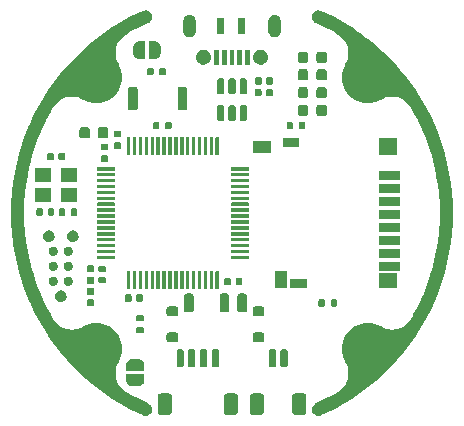
<source format=gbr>
%TF.GenerationSoftware,KiCad,Pcbnew,8.0.4*%
%TF.CreationDate,2024-12-05T11:14:02-05:00*%
%TF.ProjectId,IMpack,494d7061-636b-42e6-9b69-6361645f7063,rev?*%
%TF.SameCoordinates,Original*%
%TF.FileFunction,Soldermask,Top*%
%TF.FilePolarity,Negative*%
%FSLAX46Y46*%
G04 Gerber Fmt 4.6, Leading zero omitted, Abs format (unit mm)*
G04 Created by KiCad (PCBNEW 8.0.4) date 2024-12-05 11:14:02*
%MOMM*%
%LPD*%
G01*
G04 APERTURE LIST*
G04 APERTURE END LIST*
G36*
X92664929Y-82830887D02*
G01*
X92664944Y-82830887D01*
X92793354Y-82839736D01*
X92793365Y-82839738D01*
X92795772Y-82839904D01*
X92796956Y-82840131D01*
X92799254Y-82840868D01*
X92799257Y-82840869D01*
X92921832Y-82880197D01*
X92924135Y-82880936D01*
X92925229Y-82881440D01*
X92927282Y-82882704D01*
X92927289Y-82882708D01*
X93036888Y-82950225D01*
X93036891Y-82950227D01*
X93038947Y-82951494D01*
X93039890Y-82952245D01*
X93133538Y-83047479D01*
X93134273Y-83048434D01*
X93135507Y-83050515D01*
X93135508Y-83050516D01*
X93136265Y-83051792D01*
X93202409Y-83163311D01*
X93202895Y-83164415D01*
X93241560Y-83292261D01*
X93241767Y-83293448D01*
X93248712Y-83426832D01*
X93248629Y-83428035D01*
X93223452Y-83559204D01*
X93223084Y-83560351D01*
X93167247Y-83681684D01*
X93166615Y-83682711D01*
X93083364Y-83787156D01*
X93082504Y-83788001D01*
X92976677Y-83869487D01*
X92975641Y-83870102D01*
X92914601Y-83896959D01*
X92177997Y-84241617D01*
X92177169Y-84242028D01*
X91457762Y-84620125D01*
X91456955Y-84620573D01*
X91009293Y-84882953D01*
X91009258Y-84882973D01*
X91008094Y-84883711D01*
X90855243Y-84988076D01*
X90853181Y-84989691D01*
X90747484Y-85084276D01*
X90675441Y-85148746D01*
X90673612Y-85150612D01*
X90574742Y-85265660D01*
X90518158Y-85331502D01*
X90516590Y-85333586D01*
X90386070Y-85533229D01*
X90384784Y-85535510D01*
X90281443Y-85750473D01*
X90280470Y-85752888D01*
X90206064Y-85979522D01*
X90205415Y-85982050D01*
X90161233Y-86216428D01*
X90160917Y-86219028D01*
X90147705Y-86457175D01*
X90147730Y-86459789D01*
X90161700Y-86644517D01*
X90165716Y-86697627D01*
X90166080Y-86700201D01*
X90198535Y-86855221D01*
X90214958Y-86933665D01*
X90215661Y-86936188D01*
X90294590Y-87161264D01*
X90295616Y-87163673D01*
X90403624Y-87377266D01*
X90404237Y-87378388D01*
X90417006Y-87400000D01*
X90436567Y-87433107D01*
X90436569Y-87433112D01*
X90437798Y-87435192D01*
X90438281Y-87436296D01*
X90438974Y-87438602D01*
X90438978Y-87438611D01*
X90461555Y-87513735D01*
X90462392Y-87515860D01*
X90532535Y-87658096D01*
X90625037Y-87930598D01*
X90681179Y-88212842D01*
X90700000Y-88500000D01*
X90681179Y-88787158D01*
X90625037Y-89069402D01*
X90532535Y-89341904D01*
X90405256Y-89600000D01*
X90245377Y-89839275D01*
X90055635Y-90055635D01*
X89839275Y-90245377D01*
X89600000Y-90405256D01*
X89341904Y-90532535D01*
X89069402Y-90625037D01*
X88787158Y-90681179D01*
X88500000Y-90700000D01*
X88212842Y-90681179D01*
X87930598Y-90625037D01*
X87658096Y-90532535D01*
X87475340Y-90442410D01*
X87473208Y-90441570D01*
X87444612Y-90432976D01*
X87444607Y-90432974D01*
X87442295Y-90432279D01*
X87441191Y-90431796D01*
X87384392Y-90398239D01*
X87383249Y-90397614D01*
X87211621Y-90310827D01*
X87169669Y-90289613D01*
X87167262Y-90288588D01*
X86942184Y-90209659D01*
X86939661Y-90208956D01*
X86915076Y-90203809D01*
X86706197Y-90160080D01*
X86703625Y-90159716D01*
X86465783Y-90141730D01*
X86463169Y-90141705D01*
X86225022Y-90154917D01*
X86222422Y-90155233D01*
X85988045Y-90199416D01*
X85985519Y-90200065D01*
X85758884Y-90274472D01*
X85756464Y-90275447D01*
X85541502Y-90378788D01*
X85539226Y-90380071D01*
X85339579Y-90510595D01*
X85337495Y-90512163D01*
X85156608Y-90667617D01*
X85154737Y-90669450D01*
X84995683Y-90847189D01*
X84994068Y-90849251D01*
X84873262Y-91026182D01*
X84872547Y-91027308D01*
X84789267Y-91168831D01*
X84635505Y-91430130D01*
X84635055Y-91430938D01*
X84419381Y-91839565D01*
X84255701Y-92149684D01*
X84255311Y-92150464D01*
X84232028Y-92200000D01*
X83909587Y-92886002D01*
X83909213Y-92886848D01*
X83809854Y-93126424D01*
X83597864Y-93637581D01*
X83597548Y-93638400D01*
X83321255Y-94402693D01*
X83320961Y-94403570D01*
X83159302Y-94925000D01*
X83098518Y-95121061D01*
X83080302Y-95179815D01*
X83080049Y-95180705D01*
X82875535Y-95967248D01*
X82875324Y-95968143D01*
X82837637Y-96146596D01*
X82707396Y-96763298D01*
X82707230Y-96764178D01*
X82603395Y-97400000D01*
X82576240Y-97566283D01*
X82576112Y-97567199D01*
X82482350Y-98374479D01*
X82482264Y-98375400D01*
X82426428Y-99178937D01*
X82425927Y-99186138D01*
X82425886Y-99187016D01*
X82415604Y-99631558D01*
X82407093Y-99999537D01*
X82407093Y-100000463D01*
X82425886Y-100812982D01*
X82425926Y-100813846D01*
X82466210Y-101393565D01*
X82482264Y-101624599D01*
X82482350Y-101625520D01*
X82576112Y-102432800D01*
X82576240Y-102433716D01*
X82707230Y-103235820D01*
X82707396Y-103236701D01*
X82875323Y-104031851D01*
X82875535Y-104032751D01*
X83080049Y-104819294D01*
X83080300Y-104820178D01*
X83119494Y-104946598D01*
X83320961Y-105596429D01*
X83321255Y-105597306D01*
X83597548Y-106361599D01*
X83597864Y-106362417D01*
X83785955Y-106815949D01*
X83909213Y-107113151D01*
X83909587Y-107113997D01*
X84099522Y-107518089D01*
X84255311Y-107849534D01*
X84255701Y-107850314D01*
X84347246Y-108023761D01*
X84635055Y-108569061D01*
X84635505Y-108569869D01*
X84746766Y-108758942D01*
X84858323Y-108948518D01*
X84872432Y-108972494D01*
X84873152Y-108973629D01*
X84994080Y-109150740D01*
X84995695Y-109152802D01*
X85154747Y-109330539D01*
X85156617Y-109332372D01*
X85337503Y-109487825D01*
X85339587Y-109489392D01*
X85539233Y-109619915D01*
X85541509Y-109621199D01*
X85756469Y-109724539D01*
X85758889Y-109725513D01*
X85985522Y-109799920D01*
X85988048Y-109800570D01*
X86222424Y-109844752D01*
X86225024Y-109845068D01*
X86463169Y-109858280D01*
X86465783Y-109858254D01*
X86703622Y-109840268D01*
X86706194Y-109839904D01*
X86939656Y-109791029D01*
X86942180Y-109790326D01*
X87167256Y-109711398D01*
X87169665Y-109710372D01*
X87211588Y-109689173D01*
X87287080Y-109650999D01*
X87383257Y-109602365D01*
X87384391Y-109601744D01*
X87441183Y-109568192D01*
X87442287Y-109567709D01*
X87444585Y-109567018D01*
X87444602Y-109567011D01*
X87473285Y-109558392D01*
X87475420Y-109557550D01*
X87658096Y-109467465D01*
X87930598Y-109374963D01*
X88212842Y-109318821D01*
X88500000Y-109300000D01*
X88787158Y-109318821D01*
X89069402Y-109374963D01*
X89341904Y-109467465D01*
X89600000Y-109594744D01*
X89839275Y-109754623D01*
X90055635Y-109944365D01*
X90245377Y-110160725D01*
X90405256Y-110400000D01*
X90532535Y-110658096D01*
X90625037Y-110930598D01*
X90681179Y-111212842D01*
X90700000Y-111500000D01*
X90681179Y-111787158D01*
X90625037Y-112069402D01*
X90532535Y-112341904D01*
X90462398Y-112484126D01*
X90461566Y-112486240D01*
X90438284Y-112563705D01*
X90437801Y-112564809D01*
X90417009Y-112600000D01*
X90404249Y-112621597D01*
X90403620Y-112622746D01*
X90295618Y-112836328D01*
X90294592Y-112838737D01*
X90215664Y-113063812D01*
X90214961Y-113066334D01*
X90166083Y-113299798D01*
X90165719Y-113302370D01*
X90161740Y-113355000D01*
X90147734Y-113540207D01*
X90147708Y-113542825D01*
X90160920Y-113780971D01*
X90161236Y-113783571D01*
X90205418Y-114017949D01*
X90206067Y-114020476D01*
X90280473Y-114247110D01*
X90281446Y-114249526D01*
X90384789Y-114464492D01*
X90386072Y-114466767D01*
X90516587Y-114666404D01*
X90518154Y-114668489D01*
X90574115Y-114733606D01*
X90673612Y-114849382D01*
X90675445Y-114851253D01*
X90853183Y-115010307D01*
X90855245Y-115011922D01*
X91008128Y-115116308D01*
X91009287Y-115117042D01*
X91354407Y-115319321D01*
X91456953Y-115379424D01*
X91457762Y-115379874D01*
X92177169Y-115757971D01*
X92177997Y-115758382D01*
X92914601Y-116103039D01*
X92975641Y-116129898D01*
X92976677Y-116130513D01*
X93082504Y-116211999D01*
X93083364Y-116212844D01*
X93084872Y-116214736D01*
X93084875Y-116214739D01*
X93124989Y-116265066D01*
X93166615Y-116317289D01*
X93167247Y-116318316D01*
X93223084Y-116439649D01*
X93223452Y-116440796D01*
X93248629Y-116571965D01*
X93248712Y-116573168D01*
X93241767Y-116706552D01*
X93241560Y-116707739D01*
X93202895Y-116835585D01*
X93202409Y-116836689D01*
X93134273Y-116951566D01*
X93133538Y-116952521D01*
X93039890Y-117047755D01*
X93038947Y-117048506D01*
X92925229Y-117118560D01*
X92924135Y-117119064D01*
X92796956Y-117159869D01*
X92795772Y-117160096D01*
X92793357Y-117160262D01*
X92793354Y-117160263D01*
X92664944Y-117169112D01*
X92664937Y-117169111D01*
X92662524Y-117169278D01*
X92661320Y-117169215D01*
X92529746Y-117146243D01*
X92528592Y-117145895D01*
X92467465Y-117118998D01*
X92467462Y-117118995D01*
X92451828Y-117112114D01*
X92451828Y-117112115D01*
X92079831Y-116948403D01*
X92079797Y-116948387D01*
X92079390Y-116948208D01*
X92079185Y-116948113D01*
X91319290Y-116571756D01*
X91319089Y-116571650D01*
X91318682Y-116571425D01*
X91318665Y-116571416D01*
X90577449Y-116161466D01*
X90577415Y-116161446D01*
X90577035Y-116161236D01*
X90576839Y-116161122D01*
X89854150Y-115717492D01*
X89853960Y-115717369D01*
X89853601Y-115717125D01*
X89853580Y-115717112D01*
X89152509Y-115241698D01*
X89152124Y-115241437D01*
X89151939Y-115241306D01*
X88472398Y-114734050D01*
X88472220Y-114733910D01*
X88471871Y-114733624D01*
X88471848Y-114733606D01*
X87816728Y-114196666D01*
X87816692Y-114196635D01*
X87816371Y-114196372D01*
X87816198Y-114196224D01*
X87770311Y-114155000D01*
X87617760Y-114017949D01*
X87185388Y-113629510D01*
X87185223Y-113629355D01*
X86580751Y-113034630D01*
X86580593Y-113034468D01*
X86003700Y-112412954D01*
X86003550Y-112412784D01*
X86003286Y-112412472D01*
X86003275Y-112412460D01*
X85455698Y-111766085D01*
X85455694Y-111766080D01*
X85455422Y-111765759D01*
X85455279Y-111765583D01*
X84937044Y-111094377D01*
X84936910Y-111094194D01*
X84851042Y-110971897D01*
X84619458Y-110642062D01*
X84449632Y-110400187D01*
X84449506Y-110399999D01*
X84395487Y-110315126D01*
X83994430Y-109684999D01*
X83994420Y-109684983D01*
X83994188Y-109684618D01*
X83994071Y-109684424D01*
X83993861Y-109684058D01*
X83993848Y-109684037D01*
X83571880Y-108949544D01*
X83571868Y-108949522D01*
X83571648Y-108949139D01*
X83571539Y-108948940D01*
X83182880Y-108195263D01*
X83182781Y-108195059D01*
X83140907Y-108103942D01*
X82871676Y-107518089D01*
X82828685Y-107424539D01*
X82828595Y-107424331D01*
X82828438Y-107423944D01*
X82828428Y-107423921D01*
X82509952Y-106638955D01*
X82509944Y-106638935D01*
X82509789Y-106638552D01*
X82509708Y-106638340D01*
X82509563Y-106637932D01*
X82509553Y-106637904D01*
X82244444Y-105888645D01*
X82226849Y-105838918D01*
X82226779Y-105838702D01*
X82226662Y-105838319D01*
X82226641Y-105838253D01*
X81980584Y-105027736D01*
X81980567Y-105027676D01*
X81980447Y-105027280D01*
X81980386Y-105027062D01*
X81980285Y-105026669D01*
X81980275Y-105026630D01*
X81771199Y-104205746D01*
X81771193Y-104205723D01*
X81771088Y-104205308D01*
X81771037Y-104205087D01*
X81770943Y-104204634D01*
X81599292Y-103375120D01*
X81599284Y-103375079D01*
X81599204Y-103374690D01*
X81599163Y-103374467D01*
X81577113Y-103236701D01*
X81465221Y-102537604D01*
X81465214Y-102537558D01*
X81465147Y-102537135D01*
X81465116Y-102536911D01*
X81455250Y-102450259D01*
X81369244Y-101694813D01*
X81369243Y-101694812D01*
X81369193Y-101694365D01*
X81369173Y-101694139D01*
X81365914Y-101646299D01*
X81311568Y-100848531D01*
X81311566Y-100848504D01*
X81311540Y-100848111D01*
X81311529Y-100847884D01*
X81292305Y-100000113D01*
X81292305Y-99999887D01*
X81311529Y-99152116D01*
X81311540Y-99151889D01*
X81311566Y-99151497D01*
X81311568Y-99151468D01*
X81369144Y-98306283D01*
X81369144Y-98306272D01*
X81369173Y-98305861D01*
X81369193Y-98305635D01*
X81383617Y-98178937D01*
X81465062Y-97463558D01*
X81465065Y-97463531D01*
X81465116Y-97463089D01*
X81465147Y-97462865D01*
X81465213Y-97462447D01*
X81465221Y-97462395D01*
X81599092Y-96625975D01*
X81599094Y-96625963D01*
X81599163Y-96625533D01*
X81599204Y-96625310D01*
X81599283Y-96624927D01*
X81599292Y-96624879D01*
X81770943Y-95795365D01*
X81770947Y-95795344D01*
X81771037Y-95794913D01*
X81771088Y-95794692D01*
X81771191Y-95794286D01*
X81771199Y-95794253D01*
X81980275Y-94973369D01*
X81980288Y-94973319D01*
X81980386Y-94972938D01*
X81980447Y-94972720D01*
X81980563Y-94972334D01*
X81980584Y-94972263D01*
X82226641Y-94161746D01*
X82226666Y-94161667D01*
X82226779Y-94161298D01*
X82226849Y-94161082D01*
X82230282Y-94151380D01*
X82509553Y-93362095D01*
X82509568Y-93362052D01*
X82509708Y-93361660D01*
X82509789Y-93361448D01*
X82509938Y-93361078D01*
X82509952Y-93361044D01*
X82828428Y-92576078D01*
X82828444Y-92576039D01*
X82828595Y-92575669D01*
X82828685Y-92575461D01*
X82900614Y-92418942D01*
X83182588Y-91805359D01*
X83182603Y-91805327D01*
X83182781Y-91804941D01*
X83182880Y-91804737D01*
X83571539Y-91051060D01*
X83571648Y-91050861D01*
X83571857Y-91050495D01*
X83571880Y-91050455D01*
X83993848Y-90315962D01*
X83993872Y-90315922D01*
X83994071Y-90315576D01*
X83994188Y-90315382D01*
X83996539Y-90311688D01*
X84449258Y-89600389D01*
X84449279Y-89600356D01*
X84449506Y-89600001D01*
X84449632Y-89599813D01*
X84449875Y-89599466D01*
X84449887Y-89599449D01*
X84936662Y-88906158D01*
X84936680Y-88906133D01*
X84936910Y-88905806D01*
X84937044Y-88905623D01*
X84967204Y-88866560D01*
X85455012Y-88234762D01*
X85455025Y-88234744D01*
X85455279Y-88234417D01*
X85455422Y-88234241D01*
X85455676Y-88233940D01*
X85455698Y-88233914D01*
X86003275Y-87587539D01*
X86003305Y-87587505D01*
X86003550Y-87587216D01*
X86003700Y-87587046D01*
X86023796Y-87565396D01*
X86381029Y-87180532D01*
X86580593Y-86965532D01*
X86580751Y-86965370D01*
X87185223Y-86370645D01*
X87185388Y-86370490D01*
X87187080Y-86368970D01*
X87815855Y-85804083D01*
X87815884Y-85804057D01*
X87816198Y-85803776D01*
X87816371Y-85803628D01*
X87816667Y-85803385D01*
X87816728Y-85803333D01*
X88471848Y-85266393D01*
X88471898Y-85266353D01*
X88472220Y-85266090D01*
X88472398Y-85265950D01*
X88472753Y-85265684D01*
X88472785Y-85265660D01*
X89151565Y-84758973D01*
X89151570Y-84758969D01*
X89151939Y-84758694D01*
X89152124Y-84758563D01*
X89152481Y-84758320D01*
X89152509Y-84758301D01*
X89853580Y-84282887D01*
X89853632Y-84282853D01*
X89853960Y-84282631D01*
X89854150Y-84282508D01*
X89854487Y-84282300D01*
X89854512Y-84282285D01*
X90576467Y-83839106D01*
X90576478Y-83839099D01*
X90576839Y-83838878D01*
X90577035Y-83838764D01*
X90577382Y-83838571D01*
X90577449Y-83838533D01*
X91318665Y-83428583D01*
X91318714Y-83428556D01*
X91319089Y-83428350D01*
X91319290Y-83428244D01*
X92079185Y-83051887D01*
X92079390Y-83051792D01*
X92079761Y-83051628D01*
X92079831Y-83051596D01*
X92467460Y-82881005D01*
X92467465Y-82881002D01*
X92467926Y-82880798D01*
X92467934Y-82880795D01*
X92526374Y-82855080D01*
X92526380Y-82855077D01*
X92528592Y-82854105D01*
X92529746Y-82853757D01*
X92532127Y-82853341D01*
X92532128Y-82853341D01*
X92658937Y-82831201D01*
X92658937Y-82831200D01*
X92661320Y-82830785D01*
X92662524Y-82830722D01*
X92664929Y-82830887D01*
G37*
G36*
X107338680Y-82830785D02*
G01*
X107470254Y-82853757D01*
X107471408Y-82854105D01*
X107473621Y-82855078D01*
X107473625Y-82855080D01*
X107504185Y-82868527D01*
X107532535Y-82881002D01*
X107532537Y-82881004D01*
X107532936Y-82881179D01*
X107532978Y-82881197D01*
X107920168Y-83051596D01*
X107920221Y-83051620D01*
X107920610Y-83051792D01*
X107920815Y-83051887D01*
X108680710Y-83428244D01*
X108680911Y-83428350D01*
X108681301Y-83428566D01*
X108681334Y-83428583D01*
X109422550Y-83838533D01*
X109422598Y-83838561D01*
X109422965Y-83838764D01*
X109423161Y-83838878D01*
X110145850Y-84282508D01*
X110146040Y-84282631D01*
X110146387Y-84282866D01*
X110146419Y-84282887D01*
X110702282Y-84659832D01*
X110847876Y-84758563D01*
X110848061Y-84758694D01*
X111157514Y-84989691D01*
X111373094Y-85150615D01*
X111527602Y-85265950D01*
X111527780Y-85266090D01*
X111528122Y-85266370D01*
X111528151Y-85266393D01*
X112183271Y-85803333D01*
X112183311Y-85803367D01*
X112183629Y-85803628D01*
X112183802Y-85803776D01*
X112184137Y-85804077D01*
X112184144Y-85804083D01*
X112344203Y-85947879D01*
X112814612Y-86370490D01*
X112814777Y-86370645D01*
X113419249Y-86965370D01*
X113419407Y-86965532D01*
X113996300Y-87587046D01*
X113996450Y-87587216D01*
X113996715Y-87587529D01*
X113996724Y-87587539D01*
X114511774Y-88195518D01*
X114544578Y-88234241D01*
X114544721Y-88234417D01*
X115062956Y-88905623D01*
X115063090Y-88905806D01*
X115550368Y-89599813D01*
X115550494Y-89600001D01*
X115550739Y-89600387D01*
X115550741Y-89600389D01*
X116003453Y-90311676D01*
X116005812Y-90315382D01*
X116005929Y-90315576D01*
X116006146Y-90315954D01*
X116006151Y-90315962D01*
X116426531Y-91047692D01*
X116428352Y-91050861D01*
X116428461Y-91051060D01*
X116817120Y-91804737D01*
X116817219Y-91804941D01*
X117171315Y-92575461D01*
X117171405Y-92575669D01*
X117490211Y-93361448D01*
X117490292Y-93361660D01*
X117773151Y-94161082D01*
X117773221Y-94161298D01*
X117773345Y-94161706D01*
X117773358Y-94161746D01*
X118019415Y-94972263D01*
X118019423Y-94972293D01*
X118019553Y-94972720D01*
X118019614Y-94972938D01*
X118019721Y-94973359D01*
X118019724Y-94973369D01*
X118058344Y-95125000D01*
X118228912Y-95794692D01*
X118228963Y-95794913D01*
X118400796Y-96625310D01*
X118400837Y-96625533D01*
X118476776Y-97100000D01*
X118524791Y-97400000D01*
X118534853Y-97462865D01*
X118534884Y-97463089D01*
X118630807Y-98305635D01*
X118630827Y-98305861D01*
X118688460Y-99151889D01*
X118688471Y-99152116D01*
X118707695Y-99999887D01*
X118707695Y-100000113D01*
X118688471Y-100847884D01*
X118688460Y-100848111D01*
X118630827Y-101694139D01*
X118630807Y-101694365D01*
X118534884Y-102536911D01*
X118534853Y-102537135D01*
X118400837Y-103374467D01*
X118400796Y-103374690D01*
X118228963Y-104205087D01*
X118228912Y-104205308D01*
X118019614Y-105027062D01*
X118019553Y-105027280D01*
X118019419Y-105027718D01*
X118019415Y-105027736D01*
X117773358Y-105838253D01*
X117773349Y-105838280D01*
X117773221Y-105838702D01*
X117773151Y-105838918D01*
X117490292Y-106638340D01*
X117490211Y-106638552D01*
X117171405Y-107424331D01*
X117171315Y-107424539D01*
X116817219Y-108195059D01*
X116817120Y-108195263D01*
X116428461Y-108948940D01*
X116428352Y-108949139D01*
X116005929Y-109684424D01*
X116005812Y-109684618D01*
X115550494Y-110399999D01*
X115550368Y-110400187D01*
X115063090Y-111094194D01*
X115062956Y-111094377D01*
X114544721Y-111765583D01*
X114544578Y-111765759D01*
X113996450Y-112412784D01*
X113996300Y-112412954D01*
X113419407Y-113034468D01*
X113419249Y-113034630D01*
X112814777Y-113629355D01*
X112814612Y-113629510D01*
X112183802Y-114196224D01*
X112183629Y-114196372D01*
X112183285Y-114196653D01*
X112183271Y-114196666D01*
X111607595Y-114668493D01*
X111527780Y-114733910D01*
X111527602Y-114734050D01*
X110848061Y-115241306D01*
X110847876Y-115241437D01*
X110146040Y-115717369D01*
X110145850Y-115717492D01*
X109423161Y-116161122D01*
X109422965Y-116161236D01*
X109422565Y-116161456D01*
X109422550Y-116161466D01*
X109138955Y-116318316D01*
X108680911Y-116571650D01*
X108680710Y-116571756D01*
X107920815Y-116948113D01*
X107920610Y-116948208D01*
X107920185Y-116948394D01*
X107920168Y-116948403D01*
X107537209Y-117116940D01*
X107537202Y-117116941D01*
X107532540Y-117118993D01*
X107532535Y-117118998D01*
X107471408Y-117145895D01*
X107470254Y-117146243D01*
X107338680Y-117169215D01*
X107337476Y-117169278D01*
X107335061Y-117169111D01*
X107335055Y-117169112D01*
X107206645Y-117160263D01*
X107206641Y-117160262D01*
X107204228Y-117160096D01*
X107203044Y-117159869D01*
X107075865Y-117119064D01*
X107074771Y-117118560D01*
X107072714Y-117117292D01*
X107072710Y-117117291D01*
X106963111Y-117049774D01*
X106963109Y-117049773D01*
X106961053Y-117048506D01*
X106960110Y-117047755D01*
X106866462Y-116952521D01*
X106865727Y-116951566D01*
X106864493Y-116949485D01*
X106864491Y-116949483D01*
X106798823Y-116838766D01*
X106797591Y-116836689D01*
X106797105Y-116835585D01*
X106796405Y-116833273D01*
X106796404Y-116833269D01*
X106759141Y-116710059D01*
X106759140Y-116710053D01*
X106758440Y-116707739D01*
X106758233Y-116706552D01*
X106758107Y-116704135D01*
X106751413Y-116575581D01*
X106751413Y-116575575D01*
X106751288Y-116573168D01*
X106751371Y-116571965D01*
X106776548Y-116440796D01*
X106776916Y-116439649D01*
X106777924Y-116437456D01*
X106777927Y-116437450D01*
X106831742Y-116320511D01*
X106831745Y-116320505D01*
X106832753Y-116318316D01*
X106833385Y-116317289D01*
X106834895Y-116315394D01*
X106915124Y-116214739D01*
X106915131Y-116214732D01*
X106916636Y-116212844D01*
X106917496Y-116211999D01*
X106919408Y-116210526D01*
X106919414Y-116210521D01*
X107021399Y-116131994D01*
X107021401Y-116131992D01*
X107023323Y-116130513D01*
X107024359Y-116129898D01*
X107026579Y-116128921D01*
X107026581Y-116128920D01*
X107053384Y-116117126D01*
X107085397Y-116103039D01*
X107822002Y-115758382D01*
X107822830Y-115757971D01*
X108542237Y-115379874D01*
X108543046Y-115379424D01*
X108709713Y-115281739D01*
X108990745Y-115117022D01*
X108991905Y-115116288D01*
X109144756Y-115011923D01*
X109146818Y-115010308D01*
X109286794Y-114885046D01*
X109324559Y-114851251D01*
X109326389Y-114849384D01*
X109326391Y-114849382D01*
X109481844Y-114668493D01*
X109483408Y-114666412D01*
X109613931Y-114466764D01*
X109615215Y-114464489D01*
X109718556Y-114249526D01*
X109719528Y-114247110D01*
X109793934Y-114020476D01*
X109794584Y-114017949D01*
X109838766Y-113783571D01*
X109839082Y-113780971D01*
X109852294Y-113542824D01*
X109852268Y-113540206D01*
X109837884Y-113350000D01*
X109834282Y-113302369D01*
X109833918Y-113299797D01*
X109785041Y-113066334D01*
X109784338Y-113063811D01*
X109705409Y-112838735D01*
X109704383Y-112836326D01*
X109596375Y-112622733D01*
X109595754Y-112621597D01*
X109562202Y-112564808D01*
X109561719Y-112563704D01*
X109561026Y-112561398D01*
X109561021Y-112561387D01*
X109538444Y-112486265D01*
X109537601Y-112484126D01*
X109467465Y-112341904D01*
X109374963Y-112069402D01*
X109318821Y-111787158D01*
X109300000Y-111500000D01*
X109318821Y-111212842D01*
X109374963Y-110930598D01*
X109467465Y-110658096D01*
X109594744Y-110400000D01*
X109754623Y-110160725D01*
X109944365Y-109944365D01*
X110160725Y-109754623D01*
X110400000Y-109594744D01*
X110658096Y-109467465D01*
X110930598Y-109374963D01*
X111212842Y-109318821D01*
X111500000Y-109300000D01*
X111787158Y-109318821D01*
X112069402Y-109374963D01*
X112341904Y-109467465D01*
X112524654Y-109557587D01*
X112526790Y-109558429D01*
X112555389Y-109567023D01*
X112555402Y-109567029D01*
X112557705Y-109567721D01*
X112558809Y-109568204D01*
X112560886Y-109569431D01*
X112560888Y-109569432D01*
X112615602Y-109601757D01*
X112616733Y-109602377D01*
X112830328Y-109710385D01*
X112832737Y-109711411D01*
X113057815Y-109790340D01*
X113060338Y-109791043D01*
X113293801Y-109839918D01*
X113296373Y-109840282D01*
X113534215Y-109858268D01*
X113536830Y-109858294D01*
X113774977Y-109845082D01*
X113777577Y-109844766D01*
X114011954Y-109800583D01*
X114014479Y-109799933D01*
X114241114Y-109725526D01*
X114243535Y-109724552D01*
X114458497Y-109621211D01*
X114460772Y-109619927D01*
X114660419Y-109489403D01*
X114662504Y-109487836D01*
X114843391Y-109332382D01*
X114845262Y-109330549D01*
X115004316Y-109152810D01*
X115005931Y-109150748D01*
X115126737Y-108973817D01*
X115127457Y-108972682D01*
X115127568Y-108972494D01*
X115285777Y-108703638D01*
X115364494Y-108569869D01*
X115364944Y-108569061D01*
X115652753Y-108023761D01*
X115744297Y-107850314D01*
X115744687Y-107849534D01*
X115900477Y-107518089D01*
X116090412Y-107113997D01*
X116090786Y-107113151D01*
X116214044Y-106815949D01*
X116402134Y-106362417D01*
X116402451Y-106361599D01*
X116678744Y-105597306D01*
X116679038Y-105596429D01*
X116880505Y-104946598D01*
X116919698Y-104820178D01*
X116919950Y-104819294D01*
X117124464Y-104032751D01*
X117124676Y-104031851D01*
X117292603Y-103236701D01*
X117292768Y-103235820D01*
X117423759Y-102433716D01*
X117423887Y-102432800D01*
X117517649Y-101625520D01*
X117517735Y-101624599D01*
X117533789Y-101393565D01*
X117574072Y-100813846D01*
X117574112Y-100812982D01*
X117592906Y-100000463D01*
X117592906Y-99999537D01*
X117584395Y-99631558D01*
X117574112Y-99187016D01*
X117574072Y-99186138D01*
X117573571Y-99178937D01*
X117517735Y-98375400D01*
X117517649Y-98374479D01*
X117423887Y-97567199D01*
X117423759Y-97566283D01*
X117396604Y-97400000D01*
X117292768Y-96764178D01*
X117292603Y-96763298D01*
X117162362Y-96146596D01*
X117124674Y-95968143D01*
X117124464Y-95967248D01*
X116919950Y-95180705D01*
X116919697Y-95179815D01*
X116901481Y-95121061D01*
X116840697Y-94925000D01*
X116679038Y-94403570D01*
X116678744Y-94402693D01*
X116402451Y-93638400D01*
X116402134Y-93637581D01*
X116190145Y-93126424D01*
X116090786Y-92886848D01*
X116090412Y-92886002D01*
X115767971Y-92200000D01*
X115744687Y-92150464D01*
X115744297Y-92149684D01*
X115580617Y-91839565D01*
X115364944Y-91430938D01*
X115364494Y-91430130D01*
X115167907Y-91096057D01*
X115127561Y-91027496D01*
X115126847Y-91026370D01*
X115005919Y-90849259D01*
X115004304Y-90847197D01*
X114845252Y-90669460D01*
X114843382Y-90667627D01*
X114662496Y-90512174D01*
X114660411Y-90510606D01*
X114460765Y-90380083D01*
X114458490Y-90378800D01*
X114243530Y-90275460D01*
X114241109Y-90274485D01*
X114014476Y-90200078D01*
X114011951Y-90199429D01*
X113777575Y-90155247D01*
X113774975Y-90154931D01*
X113536830Y-90141719D01*
X113534215Y-90141744D01*
X113296376Y-90159730D01*
X113293804Y-90160094D01*
X113084994Y-90203809D01*
X113060342Y-90208970D01*
X113057819Y-90209673D01*
X112832743Y-90288601D01*
X112830335Y-90289626D01*
X112786707Y-90311688D01*
X112616742Y-90397634D01*
X112615597Y-90398260D01*
X112558817Y-90431808D01*
X112557713Y-90432291D01*
X112526714Y-90441607D01*
X112524594Y-90442441D01*
X112341904Y-90532535D01*
X112069402Y-90625037D01*
X111787158Y-90681179D01*
X111500000Y-90700000D01*
X111212842Y-90681179D01*
X110930598Y-90625037D01*
X110658096Y-90532535D01*
X110400000Y-90405256D01*
X110160725Y-90245377D01*
X109944365Y-90055635D01*
X109754623Y-89839275D01*
X109594744Y-89600000D01*
X109467465Y-89341904D01*
X109374963Y-89069402D01*
X109318821Y-88787158D01*
X109300000Y-88500000D01*
X109318821Y-88212842D01*
X109374963Y-87930598D01*
X109467465Y-87658096D01*
X109537591Y-87515892D01*
X109538435Y-87513753D01*
X109561018Y-87438611D01*
X109561024Y-87438597D01*
X109561716Y-87436295D01*
X109562199Y-87435191D01*
X109570548Y-87421060D01*
X109582990Y-87400000D01*
X109595758Y-87378387D01*
X109596373Y-87377266D01*
X109670320Y-87231030D01*
X109704381Y-87163671D01*
X109705407Y-87161262D01*
X109784335Y-86936187D01*
X109785038Y-86933664D01*
X109790521Y-86907474D01*
X109833915Y-86700200D01*
X109834280Y-86697626D01*
X109838296Y-86644517D01*
X109852265Y-86459788D01*
X109852291Y-86457174D01*
X109839079Y-86219028D01*
X109838763Y-86216428D01*
X109794581Y-85982050D01*
X109793931Y-85979522D01*
X109719525Y-85752888D01*
X109718553Y-85750473D01*
X109615210Y-85535507D01*
X109613924Y-85533227D01*
X109483406Y-85333587D01*
X109481842Y-85331506D01*
X109481838Y-85331502D01*
X109417560Y-85256706D01*
X109326387Y-85150617D01*
X109324554Y-85148746D01*
X109146816Y-84989692D01*
X109144754Y-84988077D01*
X108991871Y-84883691D01*
X108990707Y-84882953D01*
X108849173Y-84799999D01*
X108543043Y-84620573D01*
X108542237Y-84620125D01*
X107822830Y-84242028D01*
X107822002Y-84241617D01*
X107085397Y-83896959D01*
X107024359Y-83870102D01*
X107023323Y-83869487D01*
X106917496Y-83788001D01*
X106916636Y-83787156D01*
X106915127Y-83785263D01*
X106915124Y-83785260D01*
X106834895Y-83684605D01*
X106833385Y-83682711D01*
X106832753Y-83681684D01*
X106831742Y-83679488D01*
X106777927Y-83562549D01*
X106777925Y-83562545D01*
X106776916Y-83560351D01*
X106776548Y-83559204D01*
X106755587Y-83450000D01*
X106751826Y-83430406D01*
X106751825Y-83430405D01*
X106751371Y-83428035D01*
X106751288Y-83426832D01*
X106751413Y-83424423D01*
X106751413Y-83424418D01*
X106758107Y-83295864D01*
X106758107Y-83295862D01*
X106758233Y-83293448D01*
X106758440Y-83292261D01*
X106759139Y-83289947D01*
X106759141Y-83289940D01*
X106796404Y-83166730D01*
X106796406Y-83166723D01*
X106797105Y-83164415D01*
X106797591Y-83163311D01*
X106798821Y-83161236D01*
X106798823Y-83161233D01*
X106864491Y-83050516D01*
X106864495Y-83050509D01*
X106865727Y-83048434D01*
X106866462Y-83047479D01*
X106868156Y-83045755D01*
X106868161Y-83045750D01*
X106958413Y-82953970D01*
X106958416Y-82953967D01*
X106960110Y-82952245D01*
X106961053Y-82951494D01*
X106963104Y-82950230D01*
X106963111Y-82950225D01*
X107072710Y-82882708D01*
X107072720Y-82882703D01*
X107074771Y-82881440D01*
X107075865Y-82880936D01*
X107078164Y-82880198D01*
X107078167Y-82880197D01*
X107200742Y-82840869D01*
X107200746Y-82840868D01*
X107203044Y-82840131D01*
X107204228Y-82839904D01*
X107206633Y-82839738D01*
X107206645Y-82839736D01*
X107335055Y-82830887D01*
X107335070Y-82830887D01*
X107337476Y-82830722D01*
X107338680Y-82830785D01*
G37*
G36*
X94653231Y-115275642D02*
G01*
X94705772Y-115281738D01*
X94723723Y-115289664D01*
X94745671Y-115294030D01*
X94769166Y-115309729D01*
X94790890Y-115319321D01*
X94805726Y-115334157D01*
X94826777Y-115348223D01*
X94840842Y-115369273D01*
X94855678Y-115384109D01*
X94865269Y-115405830D01*
X94880970Y-115429329D01*
X94885335Y-115451277D01*
X94893260Y-115469224D01*
X94899352Y-115521747D01*
X94900000Y-115525000D01*
X94900000Y-116825000D01*
X94899354Y-116828243D01*
X94893261Y-116880772D01*
X94885336Y-116898719D01*
X94880970Y-116920671D01*
X94865267Y-116944171D01*
X94855678Y-116965890D01*
X94840844Y-116980723D01*
X94826777Y-117001777D01*
X94805723Y-117015844D01*
X94790890Y-117030678D01*
X94769170Y-117040267D01*
X94745671Y-117055970D01*
X94723720Y-117060336D01*
X94705775Y-117068260D01*
X94653254Y-117074352D01*
X94650000Y-117075000D01*
X93950000Y-117075000D01*
X93946758Y-117074355D01*
X93894227Y-117068261D01*
X93876278Y-117060335D01*
X93854329Y-117055970D01*
X93830830Y-117040268D01*
X93809109Y-117030678D01*
X93794273Y-117015842D01*
X93773223Y-117001777D01*
X93759157Y-116980726D01*
X93744321Y-116965890D01*
X93734729Y-116944166D01*
X93719030Y-116920671D01*
X93714664Y-116898724D01*
X93706739Y-116880775D01*
X93700644Y-116828242D01*
X93700000Y-116825000D01*
X93700000Y-115525000D01*
X93700642Y-115521770D01*
X93706738Y-115469227D01*
X93714664Y-115451274D01*
X93719030Y-115429329D01*
X93734728Y-115405835D01*
X93744321Y-115384109D01*
X93759159Y-115369270D01*
X93773223Y-115348223D01*
X93794270Y-115334159D01*
X93809109Y-115319321D01*
X93830835Y-115309727D01*
X93854329Y-115294030D01*
X93876273Y-115289665D01*
X93894224Y-115281739D01*
X93946759Y-115275644D01*
X93950000Y-115275000D01*
X94650000Y-115275000D01*
X94653231Y-115275642D01*
G37*
G36*
X100253231Y-115275642D02*
G01*
X100305772Y-115281738D01*
X100323723Y-115289664D01*
X100345671Y-115294030D01*
X100369166Y-115309729D01*
X100390890Y-115319321D01*
X100405726Y-115334157D01*
X100426777Y-115348223D01*
X100440842Y-115369273D01*
X100455678Y-115384109D01*
X100465269Y-115405830D01*
X100480970Y-115429329D01*
X100485335Y-115451277D01*
X100493260Y-115469224D01*
X100499352Y-115521747D01*
X100500000Y-115525000D01*
X100500000Y-116825000D01*
X100499354Y-116828243D01*
X100493261Y-116880772D01*
X100485336Y-116898719D01*
X100480970Y-116920671D01*
X100465267Y-116944171D01*
X100455678Y-116965890D01*
X100440844Y-116980723D01*
X100426777Y-117001777D01*
X100405723Y-117015844D01*
X100390890Y-117030678D01*
X100369170Y-117040267D01*
X100345671Y-117055970D01*
X100323720Y-117060336D01*
X100305775Y-117068260D01*
X100253254Y-117074352D01*
X100250000Y-117075000D01*
X99550000Y-117075000D01*
X99546758Y-117074355D01*
X99494227Y-117068261D01*
X99476278Y-117060335D01*
X99454329Y-117055970D01*
X99430830Y-117040268D01*
X99409109Y-117030678D01*
X99394273Y-117015842D01*
X99373223Y-117001777D01*
X99359157Y-116980726D01*
X99344321Y-116965890D01*
X99334729Y-116944166D01*
X99319030Y-116920671D01*
X99314664Y-116898724D01*
X99306739Y-116880775D01*
X99300644Y-116828242D01*
X99300000Y-116825000D01*
X99300000Y-115525000D01*
X99300642Y-115521770D01*
X99306738Y-115469227D01*
X99314664Y-115451274D01*
X99319030Y-115429329D01*
X99334728Y-115405835D01*
X99344321Y-115384109D01*
X99359159Y-115369270D01*
X99373223Y-115348223D01*
X99394270Y-115334159D01*
X99409109Y-115319321D01*
X99430835Y-115309727D01*
X99454329Y-115294030D01*
X99476273Y-115289665D01*
X99494224Y-115281739D01*
X99546759Y-115275644D01*
X99550000Y-115275000D01*
X100250000Y-115275000D01*
X100253231Y-115275642D01*
G37*
G36*
X102453231Y-115275642D02*
G01*
X102505772Y-115281738D01*
X102523723Y-115289664D01*
X102545671Y-115294030D01*
X102569166Y-115309729D01*
X102590890Y-115319321D01*
X102605726Y-115334157D01*
X102626777Y-115348223D01*
X102640842Y-115369273D01*
X102655678Y-115384109D01*
X102665269Y-115405830D01*
X102680970Y-115429329D01*
X102685335Y-115451277D01*
X102693260Y-115469224D01*
X102699352Y-115521747D01*
X102700000Y-115525000D01*
X102700000Y-116825000D01*
X102699354Y-116828243D01*
X102693261Y-116880772D01*
X102685336Y-116898719D01*
X102680970Y-116920671D01*
X102665267Y-116944171D01*
X102655678Y-116965890D01*
X102640844Y-116980723D01*
X102626777Y-117001777D01*
X102605723Y-117015844D01*
X102590890Y-117030678D01*
X102569170Y-117040267D01*
X102545671Y-117055970D01*
X102523720Y-117060336D01*
X102505775Y-117068260D01*
X102453254Y-117074352D01*
X102450000Y-117075000D01*
X101750000Y-117075000D01*
X101746758Y-117074355D01*
X101694227Y-117068261D01*
X101676278Y-117060335D01*
X101654329Y-117055970D01*
X101630830Y-117040268D01*
X101609109Y-117030678D01*
X101594273Y-117015842D01*
X101573223Y-117001777D01*
X101559157Y-116980726D01*
X101544321Y-116965890D01*
X101534729Y-116944166D01*
X101519030Y-116920671D01*
X101514664Y-116898724D01*
X101506739Y-116880775D01*
X101500644Y-116828242D01*
X101500000Y-116825000D01*
X101500000Y-115525000D01*
X101500642Y-115521770D01*
X101506738Y-115469227D01*
X101514664Y-115451274D01*
X101519030Y-115429329D01*
X101534728Y-115405835D01*
X101544321Y-115384109D01*
X101559159Y-115369270D01*
X101573223Y-115348223D01*
X101594270Y-115334159D01*
X101609109Y-115319321D01*
X101630835Y-115309727D01*
X101654329Y-115294030D01*
X101676273Y-115289665D01*
X101694224Y-115281739D01*
X101746759Y-115275644D01*
X101750000Y-115275000D01*
X102450000Y-115275000D01*
X102453231Y-115275642D01*
G37*
G36*
X106053231Y-115275642D02*
G01*
X106105772Y-115281738D01*
X106123723Y-115289664D01*
X106145671Y-115294030D01*
X106169166Y-115309729D01*
X106190890Y-115319321D01*
X106205726Y-115334157D01*
X106226777Y-115348223D01*
X106240842Y-115369273D01*
X106255678Y-115384109D01*
X106265269Y-115405830D01*
X106280970Y-115429329D01*
X106285335Y-115451277D01*
X106293260Y-115469224D01*
X106299352Y-115521747D01*
X106300000Y-115525000D01*
X106300000Y-116825000D01*
X106299354Y-116828243D01*
X106293261Y-116880772D01*
X106285336Y-116898719D01*
X106280970Y-116920671D01*
X106265267Y-116944171D01*
X106255678Y-116965890D01*
X106240844Y-116980723D01*
X106226777Y-117001777D01*
X106205723Y-117015844D01*
X106190890Y-117030678D01*
X106169170Y-117040267D01*
X106145671Y-117055970D01*
X106123720Y-117060336D01*
X106105775Y-117068260D01*
X106053254Y-117074352D01*
X106050000Y-117075000D01*
X105350000Y-117075000D01*
X105346758Y-117074355D01*
X105294227Y-117068261D01*
X105276278Y-117060335D01*
X105254329Y-117055970D01*
X105230830Y-117040268D01*
X105209109Y-117030678D01*
X105194273Y-117015842D01*
X105173223Y-117001777D01*
X105159157Y-116980726D01*
X105144321Y-116965890D01*
X105134729Y-116944166D01*
X105119030Y-116920671D01*
X105114664Y-116898724D01*
X105106739Y-116880775D01*
X105100644Y-116828242D01*
X105100000Y-116825000D01*
X105100000Y-115525000D01*
X105100642Y-115521770D01*
X105106738Y-115469227D01*
X105114664Y-115451274D01*
X105119030Y-115429329D01*
X105134728Y-115405835D01*
X105144321Y-115384109D01*
X105159159Y-115369270D01*
X105173223Y-115348223D01*
X105194270Y-115334159D01*
X105209109Y-115319321D01*
X105230835Y-115309727D01*
X105254329Y-115294030D01*
X105276273Y-115289665D01*
X105294224Y-115281739D01*
X105346759Y-115275644D01*
X105350000Y-115275000D01*
X106050000Y-115275000D01*
X106053231Y-115275642D01*
G37*
G36*
X92553536Y-113646464D02*
G01*
X92555000Y-113650000D01*
X92555000Y-114150000D01*
X92553536Y-114153536D01*
X92550627Y-114154739D01*
X92549911Y-114158345D01*
X92549911Y-114221157D01*
X92549708Y-114222566D01*
X92509613Y-114359117D01*
X92509022Y-114360411D01*
X92432081Y-114480133D01*
X92431149Y-114481209D01*
X92323594Y-114574406D01*
X92322397Y-114575175D01*
X92319792Y-114576364D01*
X92319790Y-114576366D01*
X92195548Y-114633105D01*
X92195544Y-114633106D01*
X92192943Y-114634294D01*
X92191578Y-114634695D01*
X92050712Y-114654949D01*
X92050000Y-114655000D01*
X92048573Y-114655000D01*
X91551427Y-114655000D01*
X91550000Y-114655000D01*
X91549288Y-114654949D01*
X91408422Y-114634695D01*
X91407057Y-114634294D01*
X91404457Y-114633106D01*
X91404451Y-114633105D01*
X91280209Y-114576366D01*
X91280204Y-114576362D01*
X91277603Y-114575175D01*
X91276406Y-114574406D01*
X91274242Y-114572531D01*
X91171012Y-114483082D01*
X91171010Y-114483080D01*
X91168851Y-114481209D01*
X91167919Y-114480133D01*
X91166373Y-114477727D01*
X91166370Y-114477724D01*
X91092525Y-114362820D01*
X91092522Y-114362813D01*
X91090978Y-114360411D01*
X91090387Y-114359117D01*
X91057863Y-114248352D01*
X91051097Y-114225310D01*
X91051096Y-114225305D01*
X91050292Y-114222566D01*
X91050089Y-114221157D01*
X91050089Y-114158345D01*
X91049372Y-114154739D01*
X91046464Y-114153536D01*
X91045000Y-114150000D01*
X91045000Y-113650000D01*
X91046464Y-113646464D01*
X91050000Y-113645000D01*
X92550000Y-113645000D01*
X92553536Y-113646464D01*
G37*
G36*
X92050712Y-112345051D02*
G01*
X92052113Y-112345252D01*
X92052120Y-112345253D01*
X92188748Y-112364898D01*
X92191578Y-112365305D01*
X92192943Y-112365706D01*
X92195537Y-112366891D01*
X92195548Y-112366894D01*
X92319790Y-112423633D01*
X92319797Y-112423637D01*
X92322397Y-112424825D01*
X92323594Y-112425594D01*
X92325755Y-112427467D01*
X92325757Y-112427468D01*
X92428987Y-112516917D01*
X92428989Y-112516919D01*
X92431149Y-112518791D01*
X92432081Y-112519867D01*
X92433627Y-112522272D01*
X92433629Y-112522275D01*
X92507474Y-112637179D01*
X92507476Y-112637183D01*
X92509022Y-112639589D01*
X92509613Y-112640883D01*
X92549708Y-112777434D01*
X92549911Y-112778843D01*
X92549911Y-112781705D01*
X92549911Y-112841654D01*
X92550628Y-112845260D01*
X92553536Y-112846464D01*
X92555000Y-112850000D01*
X92555000Y-113350000D01*
X92553536Y-113353536D01*
X92550000Y-113355000D01*
X92542044Y-113355000D01*
X91057956Y-113355000D01*
X91050000Y-113355000D01*
X91046464Y-113353536D01*
X91045000Y-113350000D01*
X91045000Y-112850000D01*
X91046464Y-112846464D01*
X91049371Y-112845260D01*
X91050089Y-112841654D01*
X91050089Y-112781705D01*
X91050089Y-112778843D01*
X91050292Y-112777434D01*
X91051096Y-112774695D01*
X91051097Y-112774689D01*
X91089581Y-112643626D01*
X91089582Y-112643622D01*
X91090387Y-112640883D01*
X91090978Y-112639589D01*
X91092520Y-112637188D01*
X91092525Y-112637179D01*
X91166370Y-112522275D01*
X91166375Y-112522268D01*
X91167919Y-112519867D01*
X91168851Y-112518791D01*
X91171006Y-112516922D01*
X91171012Y-112516917D01*
X91274242Y-112427468D01*
X91274246Y-112427464D01*
X91276406Y-112425594D01*
X91277603Y-112424825D01*
X91280198Y-112423639D01*
X91280209Y-112423633D01*
X91404451Y-112366894D01*
X91404463Y-112366890D01*
X91407057Y-112365706D01*
X91408422Y-112365305D01*
X91411249Y-112364898D01*
X91411251Y-112364898D01*
X91547879Y-112345253D01*
X91547887Y-112345252D01*
X91549288Y-112345051D01*
X91550000Y-112345000D01*
X92050000Y-112345000D01*
X92050712Y-112345051D01*
G37*
G36*
X95807403Y-111536418D02*
G01*
X95856066Y-111568934D01*
X95888582Y-111617597D01*
X95900000Y-111675000D01*
X95900000Y-112925000D01*
X95888582Y-112982403D01*
X95856066Y-113031066D01*
X95807403Y-113063582D01*
X95750000Y-113075000D01*
X95450000Y-113075000D01*
X95392597Y-113063582D01*
X95343934Y-113031066D01*
X95311418Y-112982403D01*
X95300000Y-112925000D01*
X95300000Y-111675000D01*
X95311418Y-111617597D01*
X95343934Y-111568934D01*
X95392597Y-111536418D01*
X95450000Y-111525000D01*
X95750000Y-111525000D01*
X95807403Y-111536418D01*
G37*
G36*
X96807403Y-111536418D02*
G01*
X96856066Y-111568934D01*
X96888582Y-111617597D01*
X96900000Y-111675000D01*
X96900000Y-112925000D01*
X96888582Y-112982403D01*
X96856066Y-113031066D01*
X96807403Y-113063582D01*
X96750000Y-113075000D01*
X96450000Y-113075000D01*
X96392597Y-113063582D01*
X96343934Y-113031066D01*
X96311418Y-112982403D01*
X96300000Y-112925000D01*
X96300000Y-111675000D01*
X96311418Y-111617597D01*
X96343934Y-111568934D01*
X96392597Y-111536418D01*
X96450000Y-111525000D01*
X96750000Y-111525000D01*
X96807403Y-111536418D01*
G37*
G36*
X97807403Y-111536418D02*
G01*
X97856066Y-111568934D01*
X97888582Y-111617597D01*
X97900000Y-111675000D01*
X97900000Y-112925000D01*
X97888582Y-112982403D01*
X97856066Y-113031066D01*
X97807403Y-113063582D01*
X97750000Y-113075000D01*
X97450000Y-113075000D01*
X97392597Y-113063582D01*
X97343934Y-113031066D01*
X97311418Y-112982403D01*
X97300000Y-112925000D01*
X97300000Y-111675000D01*
X97311418Y-111617597D01*
X97343934Y-111568934D01*
X97392597Y-111536418D01*
X97450000Y-111525000D01*
X97750000Y-111525000D01*
X97807403Y-111536418D01*
G37*
G36*
X98807403Y-111536418D02*
G01*
X98856066Y-111568934D01*
X98888582Y-111617597D01*
X98900000Y-111675000D01*
X98900000Y-112925000D01*
X98888582Y-112982403D01*
X98856066Y-113031066D01*
X98807403Y-113063582D01*
X98750000Y-113075000D01*
X98450000Y-113075000D01*
X98392597Y-113063582D01*
X98343934Y-113031066D01*
X98311418Y-112982403D01*
X98300000Y-112925000D01*
X98300000Y-111675000D01*
X98311418Y-111617597D01*
X98343934Y-111568934D01*
X98392597Y-111536418D01*
X98450000Y-111525000D01*
X98750000Y-111525000D01*
X98807403Y-111536418D01*
G37*
G36*
X103607403Y-111536418D02*
G01*
X103656066Y-111568934D01*
X103688582Y-111617597D01*
X103700000Y-111675000D01*
X103700000Y-112925000D01*
X103688582Y-112982403D01*
X103656066Y-113031066D01*
X103607403Y-113063582D01*
X103550000Y-113075000D01*
X103250000Y-113075000D01*
X103192597Y-113063582D01*
X103143934Y-113031066D01*
X103111418Y-112982403D01*
X103100000Y-112925000D01*
X103100000Y-111675000D01*
X103111418Y-111617597D01*
X103143934Y-111568934D01*
X103192597Y-111536418D01*
X103250000Y-111525000D01*
X103550000Y-111525000D01*
X103607403Y-111536418D01*
G37*
G36*
X104607403Y-111536418D02*
G01*
X104656066Y-111568934D01*
X104688582Y-111617597D01*
X104700000Y-111675000D01*
X104700000Y-112925000D01*
X104688582Y-112982403D01*
X104656066Y-113031066D01*
X104607403Y-113063582D01*
X104550000Y-113075000D01*
X104250000Y-113075000D01*
X104192597Y-113063582D01*
X104143934Y-113031066D01*
X104111418Y-112982403D01*
X104100000Y-112925000D01*
X104100000Y-111675000D01*
X104111418Y-111617597D01*
X104143934Y-111568934D01*
X104192597Y-111536418D01*
X104250000Y-111525000D01*
X104550000Y-111525000D01*
X104607403Y-111536418D01*
G37*
G36*
X95326537Y-110115224D02*
G01*
X95391421Y-110158579D01*
X95434776Y-110223463D01*
X95450000Y-110300000D01*
X95450000Y-110700000D01*
X95434776Y-110776537D01*
X95391421Y-110841421D01*
X95326537Y-110884776D01*
X95250000Y-110900000D01*
X94650000Y-110900000D01*
X94573463Y-110884776D01*
X94508579Y-110841421D01*
X94465224Y-110776537D01*
X94450000Y-110700000D01*
X94450000Y-110300000D01*
X94465224Y-110223463D01*
X94508579Y-110158579D01*
X94573463Y-110115224D01*
X94650000Y-110100000D01*
X95250000Y-110100000D01*
X95326537Y-110115224D01*
G37*
G36*
X102626537Y-110115224D02*
G01*
X102691421Y-110158579D01*
X102734776Y-110223463D01*
X102750000Y-110300000D01*
X102750000Y-110700000D01*
X102734776Y-110776537D01*
X102691421Y-110841421D01*
X102626537Y-110884776D01*
X102550000Y-110900000D01*
X101950000Y-110900000D01*
X101873463Y-110884776D01*
X101808579Y-110841421D01*
X101765224Y-110776537D01*
X101750000Y-110700000D01*
X101750000Y-110300000D01*
X101765224Y-110223463D01*
X101808579Y-110158579D01*
X101873463Y-110115224D01*
X101950000Y-110100000D01*
X102550000Y-110100000D01*
X102626537Y-110115224D01*
G37*
G36*
X92436662Y-109650276D02*
G01*
X92480459Y-109679541D01*
X92509724Y-109723338D01*
X92520000Y-109775000D01*
X92520000Y-110045000D01*
X92509724Y-110096662D01*
X92480459Y-110140459D01*
X92436662Y-110169724D01*
X92385000Y-110180000D01*
X92015000Y-110180000D01*
X91963338Y-110169724D01*
X91919541Y-110140459D01*
X91890276Y-110096662D01*
X91880000Y-110045000D01*
X91880000Y-109775000D01*
X91890276Y-109723338D01*
X91919541Y-109679541D01*
X91963338Y-109650276D01*
X92015000Y-109640000D01*
X92385000Y-109640000D01*
X92436662Y-109650276D01*
G37*
G36*
X92436662Y-108630276D02*
G01*
X92480459Y-108659541D01*
X92509724Y-108703338D01*
X92520000Y-108755000D01*
X92520000Y-109025000D01*
X92509724Y-109076662D01*
X92480459Y-109120459D01*
X92436662Y-109149724D01*
X92385000Y-109160000D01*
X92015000Y-109160000D01*
X91963338Y-109149724D01*
X91919541Y-109120459D01*
X91890276Y-109076662D01*
X91880000Y-109025000D01*
X91880000Y-108755000D01*
X91890276Y-108703338D01*
X91919541Y-108659541D01*
X91963338Y-108630276D01*
X92015000Y-108620000D01*
X92385000Y-108620000D01*
X92436662Y-108630276D01*
G37*
G36*
X95326537Y-107915224D02*
G01*
X95391421Y-107958579D01*
X95434776Y-108023463D01*
X95450000Y-108100000D01*
X95450000Y-108500000D01*
X95434776Y-108576537D01*
X95391421Y-108641421D01*
X95326537Y-108684776D01*
X95250000Y-108700000D01*
X94650000Y-108700000D01*
X94573463Y-108684776D01*
X94508579Y-108641421D01*
X94465224Y-108576537D01*
X94450000Y-108500000D01*
X94450000Y-108100000D01*
X94465224Y-108023463D01*
X94508579Y-107958579D01*
X94573463Y-107915224D01*
X94650000Y-107900000D01*
X95250000Y-107900000D01*
X95326537Y-107915224D01*
G37*
G36*
X102626537Y-107915224D02*
G01*
X102691421Y-107958579D01*
X102734776Y-108023463D01*
X102750000Y-108100000D01*
X102750000Y-108500000D01*
X102734776Y-108576537D01*
X102691421Y-108641421D01*
X102626537Y-108684776D01*
X102550000Y-108700000D01*
X101950000Y-108700000D01*
X101873463Y-108684776D01*
X101808579Y-108641421D01*
X101765224Y-108576537D01*
X101750000Y-108500000D01*
X101750000Y-108100000D01*
X101765224Y-108023463D01*
X101808579Y-107958579D01*
X101873463Y-107915224D01*
X101950000Y-107900000D01*
X102550000Y-107900000D01*
X102626537Y-107915224D01*
G37*
G36*
X96626537Y-106815224D02*
G01*
X96691421Y-106858579D01*
X96734776Y-106923463D01*
X96750000Y-107000000D01*
X96750000Y-108200000D01*
X96734776Y-108276537D01*
X96691421Y-108341421D01*
X96626537Y-108384776D01*
X96550000Y-108400000D01*
X96150000Y-108400000D01*
X96073463Y-108384776D01*
X96008579Y-108341421D01*
X95965224Y-108276537D01*
X95950000Y-108200000D01*
X95950000Y-107000000D01*
X95965224Y-106923463D01*
X96008579Y-106858579D01*
X96073463Y-106815224D01*
X96150000Y-106800000D01*
X96550000Y-106800000D01*
X96626537Y-106815224D01*
G37*
G36*
X99626537Y-106815224D02*
G01*
X99691421Y-106858579D01*
X99734776Y-106923463D01*
X99750000Y-107000000D01*
X99750000Y-108200000D01*
X99734776Y-108276537D01*
X99691421Y-108341421D01*
X99626537Y-108384776D01*
X99550000Y-108400000D01*
X99150000Y-108400000D01*
X99073463Y-108384776D01*
X99008579Y-108341421D01*
X98965224Y-108276537D01*
X98950000Y-108200000D01*
X98950000Y-107000000D01*
X98965224Y-106923463D01*
X99008579Y-106858579D01*
X99073463Y-106815224D01*
X99150000Y-106800000D01*
X99550000Y-106800000D01*
X99626537Y-106815224D01*
G37*
G36*
X101126537Y-106815224D02*
G01*
X101191421Y-106858579D01*
X101234776Y-106923463D01*
X101250000Y-107000000D01*
X101250000Y-108200000D01*
X101234776Y-108276537D01*
X101191421Y-108341421D01*
X101126537Y-108384776D01*
X101050000Y-108400000D01*
X100650000Y-108400000D01*
X100573463Y-108384776D01*
X100508579Y-108341421D01*
X100465224Y-108276537D01*
X100450000Y-108200000D01*
X100450000Y-107000000D01*
X100465224Y-106923463D01*
X100508579Y-106858579D01*
X100573463Y-106815224D01*
X100650000Y-106800000D01*
X101050000Y-106800000D01*
X101126537Y-106815224D01*
G37*
G36*
X107776662Y-107290276D02*
G01*
X107820459Y-107319541D01*
X107849724Y-107363338D01*
X107860000Y-107415000D01*
X107860000Y-107785000D01*
X107849724Y-107836662D01*
X107820459Y-107880459D01*
X107776662Y-107909724D01*
X107725000Y-107920000D01*
X107455000Y-107920000D01*
X107403338Y-107909724D01*
X107359541Y-107880459D01*
X107330276Y-107836662D01*
X107320000Y-107785000D01*
X107320000Y-107415000D01*
X107330276Y-107363338D01*
X107359541Y-107319541D01*
X107403338Y-107290276D01*
X107455000Y-107280000D01*
X107725000Y-107280000D01*
X107776662Y-107290276D01*
G37*
G36*
X108796662Y-107290276D02*
G01*
X108840459Y-107319541D01*
X108869724Y-107363338D01*
X108880000Y-107415000D01*
X108880000Y-107785000D01*
X108869724Y-107836662D01*
X108840459Y-107880459D01*
X108796662Y-107909724D01*
X108745000Y-107920000D01*
X108475000Y-107920000D01*
X108423338Y-107909724D01*
X108379541Y-107880459D01*
X108350276Y-107836662D01*
X108340000Y-107785000D01*
X108340000Y-107415000D01*
X108350276Y-107363338D01*
X108379541Y-107319541D01*
X108423338Y-107290276D01*
X108475000Y-107280000D01*
X108745000Y-107280000D01*
X108796662Y-107290276D01*
G37*
G36*
X88228946Y-107301228D02*
G01*
X88276798Y-107333202D01*
X88308772Y-107381054D01*
X88320000Y-107437500D01*
X88320000Y-107732500D01*
X88308772Y-107788946D01*
X88276798Y-107836798D01*
X88228946Y-107868772D01*
X88172500Y-107880000D01*
X87827500Y-107880000D01*
X87771054Y-107868772D01*
X87723202Y-107836798D01*
X87691228Y-107788946D01*
X87680000Y-107732500D01*
X87680000Y-107437500D01*
X87691228Y-107381054D01*
X87723202Y-107333202D01*
X87771054Y-107301228D01*
X87827500Y-107290000D01*
X88172500Y-107290000D01*
X88228946Y-107301228D01*
G37*
G36*
X85535670Y-106549741D02*
G01*
X85570489Y-106549741D01*
X85598788Y-106558050D01*
X85628105Y-106561910D01*
X85667487Y-106578222D01*
X85705755Y-106589459D01*
X85725953Y-106602439D01*
X85747477Y-106611355D01*
X85786917Y-106641618D01*
X85824353Y-106665677D01*
X85836420Y-106679603D01*
X85849986Y-106690013D01*
X85885157Y-106735850D01*
X85916673Y-106772221D01*
X85921976Y-106783833D01*
X85928644Y-106792523D01*
X85954969Y-106856078D01*
X85975237Y-106900458D01*
X85976239Y-106907428D01*
X85978089Y-106911894D01*
X85991198Y-107011472D01*
X85995300Y-107040000D01*
X85991198Y-107068529D01*
X85978089Y-107168105D01*
X85976239Y-107172570D01*
X85975237Y-107179542D01*
X85954966Y-107223927D01*
X85928644Y-107287477D01*
X85921976Y-107296166D01*
X85916673Y-107307779D01*
X85885153Y-107344154D01*
X85849986Y-107389986D01*
X85836423Y-107400393D01*
X85824353Y-107414323D01*
X85786909Y-107438386D01*
X85747477Y-107468644D01*
X85725958Y-107477557D01*
X85705755Y-107490541D01*
X85667478Y-107501779D01*
X85628105Y-107518089D01*
X85598794Y-107521947D01*
X85570489Y-107530259D01*
X85535663Y-107530259D01*
X85500000Y-107534954D01*
X85464337Y-107530259D01*
X85429511Y-107530259D01*
X85401206Y-107521947D01*
X85371894Y-107518089D01*
X85332517Y-107501778D01*
X85294245Y-107490541D01*
X85274043Y-107477558D01*
X85252522Y-107468644D01*
X85213084Y-107438382D01*
X85175647Y-107414323D01*
X85163578Y-107400395D01*
X85150013Y-107389986D01*
X85114837Y-107344144D01*
X85083327Y-107307779D01*
X85078025Y-107296169D01*
X85071355Y-107287477D01*
X85045022Y-107223903D01*
X85024763Y-107179542D01*
X85023761Y-107172574D01*
X85021910Y-107168105D01*
X85008790Y-107068447D01*
X85004700Y-107040000D01*
X85008789Y-107011555D01*
X85021910Y-106911894D01*
X85023761Y-106907424D01*
X85024763Y-106900458D01*
X85045019Y-106856101D01*
X85071355Y-106792523D01*
X85078025Y-106783829D01*
X85083327Y-106772221D01*
X85114833Y-106735860D01*
X85150013Y-106690013D01*
X85163581Y-106679601D01*
X85175647Y-106665677D01*
X85213080Y-106641620D01*
X85252523Y-106611355D01*
X85274046Y-106602439D01*
X85294245Y-106589459D01*
X85332510Y-106578223D01*
X85371894Y-106561910D01*
X85401212Y-106558050D01*
X85429511Y-106549741D01*
X85464329Y-106549741D01*
X85500000Y-106545045D01*
X85535670Y-106549741D01*
G37*
G36*
X91413576Y-106890657D02*
G01*
X91458995Y-106921005D01*
X91489343Y-106966424D01*
X91500000Y-107020000D01*
X91500000Y-107360000D01*
X91489343Y-107413576D01*
X91458995Y-107458995D01*
X91413576Y-107489343D01*
X91360000Y-107500000D01*
X91080000Y-107500000D01*
X91026424Y-107489343D01*
X90981005Y-107458995D01*
X90950657Y-107413576D01*
X90940000Y-107360000D01*
X90940000Y-107020000D01*
X90950657Y-106966424D01*
X90981005Y-106921005D01*
X91026424Y-106890657D01*
X91080000Y-106880000D01*
X91360000Y-106880000D01*
X91413576Y-106890657D01*
G37*
G36*
X92373576Y-106890657D02*
G01*
X92418995Y-106921005D01*
X92449343Y-106966424D01*
X92460000Y-107020000D01*
X92460000Y-107360000D01*
X92449343Y-107413576D01*
X92418995Y-107458995D01*
X92373576Y-107489343D01*
X92320000Y-107500000D01*
X92040000Y-107500000D01*
X91986424Y-107489343D01*
X91941005Y-107458995D01*
X91910657Y-107413576D01*
X91900000Y-107360000D01*
X91900000Y-107020000D01*
X91910657Y-106966424D01*
X91941005Y-106921005D01*
X91986424Y-106890657D01*
X92040000Y-106880000D01*
X92320000Y-106880000D01*
X92373576Y-106890657D01*
G37*
G36*
X88228946Y-106331228D02*
G01*
X88276798Y-106363202D01*
X88308772Y-106411054D01*
X88320000Y-106467500D01*
X88320000Y-106762500D01*
X88308772Y-106818946D01*
X88276798Y-106866798D01*
X88228946Y-106898772D01*
X88172500Y-106910000D01*
X87827500Y-106910000D01*
X87771054Y-106898772D01*
X87723202Y-106866798D01*
X87691228Y-106818946D01*
X87680000Y-106762500D01*
X87680000Y-106467500D01*
X87691228Y-106411054D01*
X87723202Y-106363202D01*
X87771054Y-106331228D01*
X87827500Y-106320000D01*
X88172500Y-106320000D01*
X88228946Y-106331228D01*
G37*
G36*
X91353701Y-104905709D02*
G01*
X91378033Y-104921967D01*
X91394291Y-104946299D01*
X91400000Y-104975000D01*
X91400000Y-106375000D01*
X91394291Y-106403701D01*
X91378033Y-106428033D01*
X91353701Y-106444291D01*
X91325000Y-106450000D01*
X91175000Y-106450000D01*
X91146299Y-106444291D01*
X91121967Y-106428033D01*
X91105709Y-106403701D01*
X91100000Y-106375000D01*
X91100000Y-104975000D01*
X91105709Y-104946299D01*
X91121967Y-104921967D01*
X91146299Y-104905709D01*
X91175000Y-104900000D01*
X91325000Y-104900000D01*
X91353701Y-104905709D01*
G37*
G36*
X91853701Y-104905709D02*
G01*
X91878033Y-104921967D01*
X91894291Y-104946299D01*
X91900000Y-104975000D01*
X91900000Y-106375000D01*
X91894291Y-106403701D01*
X91878033Y-106428033D01*
X91853701Y-106444291D01*
X91825000Y-106450000D01*
X91675000Y-106450000D01*
X91646299Y-106444291D01*
X91621967Y-106428033D01*
X91605709Y-106403701D01*
X91600000Y-106375000D01*
X91600000Y-104975000D01*
X91605709Y-104946299D01*
X91621967Y-104921967D01*
X91646299Y-104905709D01*
X91675000Y-104900000D01*
X91825000Y-104900000D01*
X91853701Y-104905709D01*
G37*
G36*
X92353701Y-104905709D02*
G01*
X92378033Y-104921967D01*
X92394291Y-104946299D01*
X92400000Y-104975000D01*
X92400000Y-106375000D01*
X92394291Y-106403701D01*
X92378033Y-106428033D01*
X92353701Y-106444291D01*
X92325000Y-106450000D01*
X92175000Y-106450000D01*
X92146299Y-106444291D01*
X92121967Y-106428033D01*
X92105709Y-106403701D01*
X92100000Y-106375000D01*
X92100000Y-104975000D01*
X92105709Y-104946299D01*
X92121967Y-104921967D01*
X92146299Y-104905709D01*
X92175000Y-104900000D01*
X92325000Y-104900000D01*
X92353701Y-104905709D01*
G37*
G36*
X92853701Y-104905709D02*
G01*
X92878033Y-104921967D01*
X92894291Y-104946299D01*
X92900000Y-104975000D01*
X92900000Y-106375000D01*
X92894291Y-106403701D01*
X92878033Y-106428033D01*
X92853701Y-106444291D01*
X92825000Y-106450000D01*
X92675000Y-106450000D01*
X92646299Y-106444291D01*
X92621967Y-106428033D01*
X92605709Y-106403701D01*
X92600000Y-106375000D01*
X92600000Y-104975000D01*
X92605709Y-104946299D01*
X92621967Y-104921967D01*
X92646299Y-104905709D01*
X92675000Y-104900000D01*
X92825000Y-104900000D01*
X92853701Y-104905709D01*
G37*
G36*
X93353701Y-104905709D02*
G01*
X93378033Y-104921967D01*
X93394291Y-104946299D01*
X93400000Y-104975000D01*
X93400000Y-106375000D01*
X93394291Y-106403701D01*
X93378033Y-106428033D01*
X93353701Y-106444291D01*
X93325000Y-106450000D01*
X93175000Y-106450000D01*
X93146299Y-106444291D01*
X93121967Y-106428033D01*
X93105709Y-106403701D01*
X93100000Y-106375000D01*
X93100000Y-104975000D01*
X93105709Y-104946299D01*
X93121967Y-104921967D01*
X93146299Y-104905709D01*
X93175000Y-104900000D01*
X93325000Y-104900000D01*
X93353701Y-104905709D01*
G37*
G36*
X93853701Y-104905709D02*
G01*
X93878033Y-104921967D01*
X93894291Y-104946299D01*
X93900000Y-104975000D01*
X93900000Y-106375000D01*
X93894291Y-106403701D01*
X93878033Y-106428033D01*
X93853701Y-106444291D01*
X93825000Y-106450000D01*
X93675000Y-106450000D01*
X93646299Y-106444291D01*
X93621967Y-106428033D01*
X93605709Y-106403701D01*
X93600000Y-106375000D01*
X93600000Y-104975000D01*
X93605709Y-104946299D01*
X93621967Y-104921967D01*
X93646299Y-104905709D01*
X93675000Y-104900000D01*
X93825000Y-104900000D01*
X93853701Y-104905709D01*
G37*
G36*
X94353701Y-104905709D02*
G01*
X94378033Y-104921967D01*
X94394291Y-104946299D01*
X94400000Y-104975000D01*
X94400000Y-106375000D01*
X94394291Y-106403701D01*
X94378033Y-106428033D01*
X94353701Y-106444291D01*
X94325000Y-106450000D01*
X94175000Y-106450000D01*
X94146299Y-106444291D01*
X94121967Y-106428033D01*
X94105709Y-106403701D01*
X94100000Y-106375000D01*
X94100000Y-104975000D01*
X94105709Y-104946299D01*
X94121967Y-104921967D01*
X94146299Y-104905709D01*
X94175000Y-104900000D01*
X94325000Y-104900000D01*
X94353701Y-104905709D01*
G37*
G36*
X94853701Y-104905709D02*
G01*
X94878033Y-104921967D01*
X94894291Y-104946299D01*
X94900000Y-104975000D01*
X94900000Y-106375000D01*
X94894291Y-106403701D01*
X94878033Y-106428033D01*
X94853701Y-106444291D01*
X94825000Y-106450000D01*
X94675000Y-106450000D01*
X94646299Y-106444291D01*
X94621967Y-106428033D01*
X94605709Y-106403701D01*
X94600000Y-106375000D01*
X94600000Y-104975000D01*
X94605709Y-104946299D01*
X94621967Y-104921967D01*
X94646299Y-104905709D01*
X94675000Y-104900000D01*
X94825000Y-104900000D01*
X94853701Y-104905709D01*
G37*
G36*
X95353701Y-104905709D02*
G01*
X95378033Y-104921967D01*
X95394291Y-104946299D01*
X95400000Y-104975000D01*
X95400000Y-106375000D01*
X95394291Y-106403701D01*
X95378033Y-106428033D01*
X95353701Y-106444291D01*
X95325000Y-106450000D01*
X95175000Y-106450000D01*
X95146299Y-106444291D01*
X95121967Y-106428033D01*
X95105709Y-106403701D01*
X95100000Y-106375000D01*
X95100000Y-104975000D01*
X95105709Y-104946299D01*
X95121967Y-104921967D01*
X95146299Y-104905709D01*
X95175000Y-104900000D01*
X95325000Y-104900000D01*
X95353701Y-104905709D01*
G37*
G36*
X95853701Y-104905709D02*
G01*
X95878033Y-104921967D01*
X95894291Y-104946299D01*
X95900000Y-104975000D01*
X95900000Y-106375000D01*
X95894291Y-106403701D01*
X95878033Y-106428033D01*
X95853701Y-106444291D01*
X95825000Y-106450000D01*
X95675000Y-106450000D01*
X95646299Y-106444291D01*
X95621967Y-106428033D01*
X95605709Y-106403701D01*
X95600000Y-106375000D01*
X95600000Y-104975000D01*
X95605709Y-104946299D01*
X95621967Y-104921967D01*
X95646299Y-104905709D01*
X95675000Y-104900000D01*
X95825000Y-104900000D01*
X95853701Y-104905709D01*
G37*
G36*
X96353701Y-104905709D02*
G01*
X96378033Y-104921967D01*
X96394291Y-104946299D01*
X96400000Y-104975000D01*
X96400000Y-106375000D01*
X96394291Y-106403701D01*
X96378033Y-106428033D01*
X96353701Y-106444291D01*
X96325000Y-106450000D01*
X96175000Y-106450000D01*
X96146299Y-106444291D01*
X96121967Y-106428033D01*
X96105709Y-106403701D01*
X96100000Y-106375000D01*
X96100000Y-104975000D01*
X96105709Y-104946299D01*
X96121967Y-104921967D01*
X96146299Y-104905709D01*
X96175000Y-104900000D01*
X96325000Y-104900000D01*
X96353701Y-104905709D01*
G37*
G36*
X96853701Y-104905709D02*
G01*
X96878033Y-104921967D01*
X96894291Y-104946299D01*
X96900000Y-104975000D01*
X96900000Y-106375000D01*
X96894291Y-106403701D01*
X96878033Y-106428033D01*
X96853701Y-106444291D01*
X96825000Y-106450000D01*
X96675000Y-106450000D01*
X96646299Y-106444291D01*
X96621967Y-106428033D01*
X96605709Y-106403701D01*
X96600000Y-106375000D01*
X96600000Y-104975000D01*
X96605709Y-104946299D01*
X96621967Y-104921967D01*
X96646299Y-104905709D01*
X96675000Y-104900000D01*
X96825000Y-104900000D01*
X96853701Y-104905709D01*
G37*
G36*
X97353701Y-104905709D02*
G01*
X97378033Y-104921967D01*
X97394291Y-104946299D01*
X97400000Y-104975000D01*
X97400000Y-106375000D01*
X97394291Y-106403701D01*
X97378033Y-106428033D01*
X97353701Y-106444291D01*
X97325000Y-106450000D01*
X97175000Y-106450000D01*
X97146299Y-106444291D01*
X97121967Y-106428033D01*
X97105709Y-106403701D01*
X97100000Y-106375000D01*
X97100000Y-104975000D01*
X97105709Y-104946299D01*
X97121967Y-104921967D01*
X97146299Y-104905709D01*
X97175000Y-104900000D01*
X97325000Y-104900000D01*
X97353701Y-104905709D01*
G37*
G36*
X97853701Y-104905709D02*
G01*
X97878033Y-104921967D01*
X97894291Y-104946299D01*
X97900000Y-104975000D01*
X97900000Y-106375000D01*
X97894291Y-106403701D01*
X97878033Y-106428033D01*
X97853701Y-106444291D01*
X97825000Y-106450000D01*
X97675000Y-106450000D01*
X97646299Y-106444291D01*
X97621967Y-106428033D01*
X97605709Y-106403701D01*
X97600000Y-106375000D01*
X97600000Y-104975000D01*
X97605709Y-104946299D01*
X97621967Y-104921967D01*
X97646299Y-104905709D01*
X97675000Y-104900000D01*
X97825000Y-104900000D01*
X97853701Y-104905709D01*
G37*
G36*
X98353701Y-104905709D02*
G01*
X98378033Y-104921967D01*
X98394291Y-104946299D01*
X98400000Y-104975000D01*
X98400000Y-106375000D01*
X98394291Y-106403701D01*
X98378033Y-106428033D01*
X98353701Y-106444291D01*
X98325000Y-106450000D01*
X98175000Y-106450000D01*
X98146299Y-106444291D01*
X98121967Y-106428033D01*
X98105709Y-106403701D01*
X98100000Y-106375000D01*
X98100000Y-104975000D01*
X98105709Y-104946299D01*
X98121967Y-104921967D01*
X98146299Y-104905709D01*
X98175000Y-104900000D01*
X98325000Y-104900000D01*
X98353701Y-104905709D01*
G37*
G36*
X98853701Y-104905709D02*
G01*
X98878033Y-104921967D01*
X98894291Y-104946299D01*
X98900000Y-104975000D01*
X98900000Y-106375000D01*
X98894291Y-106403701D01*
X98878033Y-106428033D01*
X98853701Y-106444291D01*
X98825000Y-106450000D01*
X98675000Y-106450000D01*
X98646299Y-106444291D01*
X98621967Y-106428033D01*
X98605709Y-106403701D01*
X98600000Y-106375000D01*
X98600000Y-104975000D01*
X98605709Y-104946299D01*
X98621967Y-104921967D01*
X98646299Y-104905709D01*
X98675000Y-104900000D01*
X98825000Y-104900000D01*
X98853701Y-104905709D01*
G37*
G36*
X104625000Y-106375000D02*
G01*
X103625000Y-106375000D01*
X103625000Y-104925000D01*
X104625000Y-104925000D01*
X104625000Y-106375000D01*
G37*
G36*
X106375000Y-106375000D02*
G01*
X104875000Y-106375000D01*
X104875000Y-105575000D01*
X106375000Y-105575000D01*
X106375000Y-106375000D01*
G37*
G36*
X113975000Y-106375000D02*
G01*
X112475000Y-106375000D01*
X112475000Y-105075000D01*
X113975000Y-105075000D01*
X113975000Y-106375000D01*
G37*
G36*
X84892869Y-105380714D02*
G01*
X84920970Y-105380714D01*
X84953877Y-105390376D01*
X84986660Y-105395569D01*
X85007197Y-105406033D01*
X85028379Y-105412253D01*
X85062729Y-105434328D01*
X85096411Y-105451490D01*
X85108958Y-105464037D01*
X85122548Y-105472771D01*
X85154067Y-105509146D01*
X85183510Y-105538589D01*
X85189120Y-105549599D01*
X85195856Y-105557373D01*
X85219841Y-105609894D01*
X85239431Y-105648340D01*
X85240509Y-105655149D01*
X85242357Y-105659195D01*
X85254233Y-105741798D01*
X85258700Y-105770000D01*
X85254232Y-105798204D01*
X85242357Y-105880804D01*
X85240509Y-105884848D01*
X85239431Y-105891660D01*
X85219837Y-105930114D01*
X85195856Y-105982626D01*
X85189121Y-105990398D01*
X85183510Y-106001411D01*
X85154061Y-106030859D01*
X85122548Y-106067228D01*
X85108961Y-106075959D01*
X85096411Y-106088510D01*
X85062721Y-106105675D01*
X85028379Y-106127746D01*
X85007201Y-106133964D01*
X84986660Y-106144431D01*
X84953875Y-106149623D01*
X84920970Y-106159286D01*
X84892869Y-106159286D01*
X84865000Y-106163700D01*
X84837131Y-106159286D01*
X84809030Y-106159286D01*
X84776124Y-106149623D01*
X84743340Y-106144431D01*
X84722799Y-106133965D01*
X84701620Y-106127746D01*
X84667273Y-106105673D01*
X84633589Y-106088510D01*
X84621040Y-106075961D01*
X84607451Y-106067228D01*
X84575931Y-106030852D01*
X84546490Y-106001411D01*
X84540880Y-105990401D01*
X84534143Y-105982626D01*
X84510152Y-105930095D01*
X84490569Y-105891660D01*
X84489490Y-105884852D01*
X84487642Y-105880804D01*
X84475756Y-105798135D01*
X84471300Y-105770000D01*
X84475755Y-105741866D01*
X84487642Y-105659195D01*
X84489490Y-105655146D01*
X84490569Y-105648340D01*
X84510148Y-105609913D01*
X84534143Y-105557373D01*
X84540881Y-105549596D01*
X84546490Y-105538589D01*
X84575924Y-105509154D01*
X84607451Y-105472771D01*
X84621042Y-105464036D01*
X84633589Y-105451490D01*
X84667266Y-105434330D01*
X84701620Y-105412253D01*
X84722803Y-105406032D01*
X84743340Y-105395569D01*
X84776121Y-105390376D01*
X84809030Y-105380714D01*
X84837131Y-105380714D01*
X84865000Y-105376300D01*
X84892869Y-105380714D01*
G37*
G36*
X86162869Y-105380714D02*
G01*
X86190970Y-105380714D01*
X86223877Y-105390376D01*
X86256660Y-105395569D01*
X86277197Y-105406033D01*
X86298379Y-105412253D01*
X86332729Y-105434328D01*
X86366411Y-105451490D01*
X86378958Y-105464037D01*
X86392548Y-105472771D01*
X86424067Y-105509146D01*
X86453510Y-105538589D01*
X86459120Y-105549599D01*
X86465856Y-105557373D01*
X86489841Y-105609894D01*
X86509431Y-105648340D01*
X86510509Y-105655149D01*
X86512357Y-105659195D01*
X86524233Y-105741798D01*
X86528700Y-105770000D01*
X86524232Y-105798204D01*
X86512357Y-105880804D01*
X86510509Y-105884848D01*
X86509431Y-105891660D01*
X86489837Y-105930114D01*
X86465856Y-105982626D01*
X86459121Y-105990398D01*
X86453510Y-106001411D01*
X86424061Y-106030859D01*
X86392548Y-106067228D01*
X86378961Y-106075959D01*
X86366411Y-106088510D01*
X86332721Y-106105675D01*
X86298379Y-106127746D01*
X86277201Y-106133964D01*
X86256660Y-106144431D01*
X86223875Y-106149623D01*
X86190970Y-106159286D01*
X86162869Y-106159286D01*
X86135000Y-106163700D01*
X86107131Y-106159286D01*
X86079030Y-106159286D01*
X86046124Y-106149623D01*
X86013340Y-106144431D01*
X85992799Y-106133965D01*
X85971620Y-106127746D01*
X85937273Y-106105673D01*
X85903589Y-106088510D01*
X85891040Y-106075961D01*
X85877451Y-106067228D01*
X85845931Y-106030852D01*
X85816490Y-106001411D01*
X85810880Y-105990401D01*
X85804143Y-105982626D01*
X85780152Y-105930095D01*
X85760569Y-105891660D01*
X85759490Y-105884852D01*
X85757642Y-105880804D01*
X85745756Y-105798135D01*
X85741300Y-105770000D01*
X85745755Y-105741866D01*
X85757642Y-105659195D01*
X85759490Y-105655146D01*
X85760569Y-105648340D01*
X85780148Y-105609913D01*
X85804143Y-105557373D01*
X85810881Y-105549596D01*
X85816490Y-105538589D01*
X85845924Y-105509154D01*
X85877451Y-105472771D01*
X85891042Y-105464036D01*
X85903589Y-105451490D01*
X85937266Y-105434330D01*
X85971620Y-105412253D01*
X85992803Y-105406032D01*
X86013340Y-105395569D01*
X86046121Y-105390376D01*
X86079030Y-105380714D01*
X86107131Y-105380714D01*
X86135000Y-105376300D01*
X86162869Y-105380714D01*
G37*
G36*
X99813576Y-105490657D02*
G01*
X99858995Y-105521005D01*
X99889343Y-105566424D01*
X99900000Y-105620000D01*
X99900000Y-105960000D01*
X99889343Y-106013576D01*
X99858995Y-106058995D01*
X99813576Y-106089343D01*
X99760000Y-106100000D01*
X99480000Y-106100000D01*
X99426424Y-106089343D01*
X99381005Y-106058995D01*
X99350657Y-106013576D01*
X99340000Y-105960000D01*
X99340000Y-105620000D01*
X99350657Y-105566424D01*
X99381005Y-105521005D01*
X99426424Y-105490657D01*
X99480000Y-105480000D01*
X99760000Y-105480000D01*
X99813576Y-105490657D01*
G37*
G36*
X100773576Y-105490657D02*
G01*
X100818995Y-105521005D01*
X100849343Y-105566424D01*
X100860000Y-105620000D01*
X100860000Y-105960000D01*
X100849343Y-106013576D01*
X100818995Y-106058995D01*
X100773576Y-106089343D01*
X100720000Y-106100000D01*
X100440000Y-106100000D01*
X100386424Y-106089343D01*
X100341005Y-106058995D01*
X100310657Y-106013576D01*
X100300000Y-105960000D01*
X100300000Y-105620000D01*
X100310657Y-105566424D01*
X100341005Y-105521005D01*
X100386424Y-105490657D01*
X100440000Y-105480000D01*
X100720000Y-105480000D01*
X100773576Y-105490657D01*
G37*
G36*
X88228946Y-105401228D02*
G01*
X88276798Y-105433202D01*
X88308772Y-105481054D01*
X88320000Y-105537500D01*
X88320000Y-105832500D01*
X88308772Y-105888946D01*
X88276798Y-105936798D01*
X88228946Y-105968772D01*
X88172500Y-105980000D01*
X87827500Y-105980000D01*
X87771054Y-105968772D01*
X87723202Y-105936798D01*
X87691228Y-105888946D01*
X87680000Y-105832500D01*
X87680000Y-105537500D01*
X87691228Y-105481054D01*
X87723202Y-105433202D01*
X87771054Y-105401228D01*
X87827500Y-105390000D01*
X88172500Y-105390000D01*
X88228946Y-105401228D01*
G37*
G36*
X89223576Y-105410657D02*
G01*
X89268995Y-105441005D01*
X89299343Y-105486424D01*
X89310000Y-105540000D01*
X89310000Y-105820000D01*
X89299343Y-105873576D01*
X89268995Y-105918995D01*
X89223576Y-105949343D01*
X89170000Y-105960000D01*
X88830000Y-105960000D01*
X88776424Y-105949343D01*
X88731005Y-105918995D01*
X88700657Y-105873576D01*
X88690000Y-105820000D01*
X88690000Y-105540000D01*
X88700657Y-105486424D01*
X88731005Y-105441005D01*
X88776424Y-105410657D01*
X88830000Y-105400000D01*
X89170000Y-105400000D01*
X89223576Y-105410657D01*
G37*
G36*
X88228946Y-104431228D02*
G01*
X88276798Y-104463202D01*
X88308772Y-104511054D01*
X88320000Y-104567500D01*
X88320000Y-104862500D01*
X88308772Y-104918946D01*
X88276798Y-104966798D01*
X88228946Y-104998772D01*
X88172500Y-105010000D01*
X87827500Y-105010000D01*
X87771054Y-104998772D01*
X87723202Y-104966798D01*
X87691228Y-104918946D01*
X87680000Y-104862500D01*
X87680000Y-104567500D01*
X87691228Y-104511054D01*
X87723202Y-104463202D01*
X87771054Y-104431228D01*
X87827500Y-104420000D01*
X88172500Y-104420000D01*
X88228946Y-104431228D01*
G37*
G36*
X89223576Y-104450657D02*
G01*
X89268995Y-104481005D01*
X89299343Y-104526424D01*
X89310000Y-104580000D01*
X89310000Y-104860000D01*
X89299343Y-104913576D01*
X89268995Y-104958995D01*
X89223576Y-104989343D01*
X89170000Y-105000000D01*
X88830000Y-105000000D01*
X88776424Y-104989343D01*
X88731005Y-104958995D01*
X88700657Y-104913576D01*
X88690000Y-104860000D01*
X88690000Y-104580000D01*
X88700657Y-104526424D01*
X88731005Y-104481005D01*
X88776424Y-104450657D01*
X88830000Y-104440000D01*
X89170000Y-104440000D01*
X89223576Y-104450657D01*
G37*
G36*
X84892869Y-104110714D02*
G01*
X84920970Y-104110714D01*
X84953877Y-104120376D01*
X84986660Y-104125569D01*
X85007197Y-104136033D01*
X85028379Y-104142253D01*
X85062729Y-104164328D01*
X85096411Y-104181490D01*
X85108958Y-104194037D01*
X85122548Y-104202771D01*
X85154067Y-104239146D01*
X85183510Y-104268589D01*
X85189120Y-104279599D01*
X85195856Y-104287373D01*
X85219841Y-104339894D01*
X85239431Y-104378340D01*
X85240509Y-104385149D01*
X85242357Y-104389195D01*
X85254233Y-104471798D01*
X85258700Y-104500000D01*
X85254232Y-104528204D01*
X85242357Y-104610804D01*
X85240509Y-104614848D01*
X85239431Y-104621660D01*
X85219837Y-104660114D01*
X85195856Y-104712626D01*
X85189121Y-104720398D01*
X85183510Y-104731411D01*
X85154061Y-104760859D01*
X85122548Y-104797228D01*
X85108961Y-104805959D01*
X85096411Y-104818510D01*
X85062721Y-104835675D01*
X85028379Y-104857746D01*
X85007201Y-104863964D01*
X84986660Y-104874431D01*
X84953875Y-104879623D01*
X84920970Y-104889286D01*
X84892869Y-104889286D01*
X84865000Y-104893700D01*
X84837131Y-104889286D01*
X84809030Y-104889286D01*
X84776124Y-104879623D01*
X84743340Y-104874431D01*
X84722799Y-104863965D01*
X84701620Y-104857746D01*
X84667273Y-104835673D01*
X84633589Y-104818510D01*
X84621040Y-104805961D01*
X84607451Y-104797228D01*
X84575931Y-104760852D01*
X84546490Y-104731411D01*
X84540880Y-104720401D01*
X84534143Y-104712626D01*
X84510152Y-104660095D01*
X84490569Y-104621660D01*
X84489490Y-104614852D01*
X84487642Y-104610804D01*
X84475756Y-104528135D01*
X84471300Y-104500000D01*
X84475755Y-104471866D01*
X84487642Y-104389195D01*
X84489490Y-104385146D01*
X84490569Y-104378340D01*
X84510148Y-104339913D01*
X84534143Y-104287373D01*
X84540881Y-104279596D01*
X84546490Y-104268589D01*
X84575924Y-104239154D01*
X84607451Y-104202771D01*
X84621042Y-104194036D01*
X84633589Y-104181490D01*
X84667266Y-104164330D01*
X84701620Y-104142253D01*
X84722803Y-104136032D01*
X84743340Y-104125569D01*
X84776121Y-104120376D01*
X84809030Y-104110714D01*
X84837131Y-104110714D01*
X84865000Y-104106300D01*
X84892869Y-104110714D01*
G37*
G36*
X86162869Y-104110714D02*
G01*
X86190970Y-104110714D01*
X86223877Y-104120376D01*
X86256660Y-104125569D01*
X86277197Y-104136033D01*
X86298379Y-104142253D01*
X86332729Y-104164328D01*
X86366411Y-104181490D01*
X86378958Y-104194037D01*
X86392548Y-104202771D01*
X86424067Y-104239146D01*
X86453510Y-104268589D01*
X86459120Y-104279599D01*
X86465856Y-104287373D01*
X86489841Y-104339894D01*
X86509431Y-104378340D01*
X86510509Y-104385149D01*
X86512357Y-104389195D01*
X86524233Y-104471798D01*
X86528700Y-104500000D01*
X86524232Y-104528204D01*
X86512357Y-104610804D01*
X86510509Y-104614848D01*
X86509431Y-104621660D01*
X86489837Y-104660114D01*
X86465856Y-104712626D01*
X86459121Y-104720398D01*
X86453510Y-104731411D01*
X86424061Y-104760859D01*
X86392548Y-104797228D01*
X86378961Y-104805959D01*
X86366411Y-104818510D01*
X86332721Y-104835675D01*
X86298379Y-104857746D01*
X86277201Y-104863964D01*
X86256660Y-104874431D01*
X86223875Y-104879623D01*
X86190970Y-104889286D01*
X86162869Y-104889286D01*
X86135000Y-104893700D01*
X86107131Y-104889286D01*
X86079030Y-104889286D01*
X86046124Y-104879623D01*
X86013340Y-104874431D01*
X85992799Y-104863965D01*
X85971620Y-104857746D01*
X85937273Y-104835673D01*
X85903589Y-104818510D01*
X85891040Y-104805961D01*
X85877451Y-104797228D01*
X85845931Y-104760852D01*
X85816490Y-104731411D01*
X85810880Y-104720401D01*
X85804143Y-104712626D01*
X85780152Y-104660095D01*
X85760569Y-104621660D01*
X85759490Y-104614852D01*
X85757642Y-104610804D01*
X85745756Y-104528135D01*
X85741300Y-104500000D01*
X85745755Y-104471866D01*
X85757642Y-104389195D01*
X85759490Y-104385146D01*
X85760569Y-104378340D01*
X85780148Y-104339913D01*
X85804143Y-104287373D01*
X85810881Y-104279596D01*
X85816490Y-104268589D01*
X85845924Y-104239154D01*
X85877451Y-104202771D01*
X85891042Y-104194036D01*
X85903589Y-104181490D01*
X85937266Y-104164330D01*
X85971620Y-104142253D01*
X85992803Y-104136032D01*
X86013340Y-104125569D01*
X86046121Y-104120376D01*
X86079030Y-104110714D01*
X86107131Y-104110714D01*
X86135000Y-104106300D01*
X86162869Y-104110714D01*
G37*
G36*
X114225000Y-104875000D02*
G01*
X112475000Y-104875000D01*
X112475000Y-104175000D01*
X114225000Y-104175000D01*
X114225000Y-104875000D01*
G37*
G36*
X90053701Y-103605709D02*
G01*
X90078033Y-103621967D01*
X90094291Y-103646299D01*
X90100000Y-103675000D01*
X90100000Y-103825000D01*
X90094291Y-103853701D01*
X90078033Y-103878033D01*
X90053701Y-103894291D01*
X90025000Y-103900000D01*
X88625000Y-103900000D01*
X88596299Y-103894291D01*
X88571967Y-103878033D01*
X88555709Y-103853701D01*
X88550000Y-103825000D01*
X88550000Y-103675000D01*
X88555709Y-103646299D01*
X88571967Y-103621967D01*
X88596299Y-103605709D01*
X88625000Y-103600000D01*
X90025000Y-103600000D01*
X90053701Y-103605709D01*
G37*
G36*
X101403701Y-103605709D02*
G01*
X101428033Y-103621967D01*
X101444291Y-103646299D01*
X101450000Y-103675000D01*
X101450000Y-103825000D01*
X101444291Y-103853701D01*
X101428033Y-103878033D01*
X101403701Y-103894291D01*
X101375000Y-103900000D01*
X99975000Y-103900000D01*
X99946299Y-103894291D01*
X99921967Y-103878033D01*
X99905709Y-103853701D01*
X99900000Y-103825000D01*
X99900000Y-103675000D01*
X99905709Y-103646299D01*
X99921967Y-103621967D01*
X99946299Y-103605709D01*
X99975000Y-103600000D01*
X101375000Y-103600000D01*
X101403701Y-103605709D01*
G37*
G36*
X114225000Y-103775000D02*
G01*
X112475000Y-103775000D01*
X112475000Y-103075000D01*
X114225000Y-103075000D01*
X114225000Y-103775000D01*
G37*
G36*
X84892869Y-102840714D02*
G01*
X84920970Y-102840714D01*
X84953877Y-102850376D01*
X84986660Y-102855569D01*
X85007197Y-102866033D01*
X85028379Y-102872253D01*
X85062729Y-102894328D01*
X85096411Y-102911490D01*
X85108958Y-102924037D01*
X85122548Y-102932771D01*
X85154067Y-102969146D01*
X85183510Y-102998589D01*
X85189120Y-103009599D01*
X85195856Y-103017373D01*
X85219841Y-103069894D01*
X85239431Y-103108340D01*
X85240509Y-103115149D01*
X85242357Y-103119195D01*
X85254233Y-103201798D01*
X85258700Y-103230000D01*
X85254232Y-103258204D01*
X85242357Y-103340804D01*
X85240509Y-103344848D01*
X85239431Y-103351660D01*
X85219837Y-103390114D01*
X85195856Y-103442626D01*
X85189121Y-103450398D01*
X85183510Y-103461411D01*
X85154061Y-103490859D01*
X85122548Y-103527228D01*
X85108961Y-103535959D01*
X85096411Y-103548510D01*
X85062721Y-103565675D01*
X85028379Y-103587746D01*
X85007201Y-103593964D01*
X84986660Y-103604431D01*
X84953875Y-103609623D01*
X84920970Y-103619286D01*
X84892869Y-103619286D01*
X84865000Y-103623700D01*
X84837131Y-103619286D01*
X84809030Y-103619286D01*
X84776124Y-103609623D01*
X84743340Y-103604431D01*
X84722799Y-103593965D01*
X84701620Y-103587746D01*
X84667273Y-103565673D01*
X84633589Y-103548510D01*
X84621040Y-103535961D01*
X84607451Y-103527228D01*
X84575931Y-103490852D01*
X84546490Y-103461411D01*
X84540880Y-103450401D01*
X84534143Y-103442626D01*
X84510152Y-103390095D01*
X84490569Y-103351660D01*
X84489490Y-103344852D01*
X84487642Y-103340804D01*
X84475756Y-103258135D01*
X84471300Y-103230000D01*
X84475755Y-103201866D01*
X84487642Y-103119195D01*
X84489490Y-103115146D01*
X84490569Y-103108340D01*
X84510148Y-103069913D01*
X84534143Y-103017373D01*
X84540881Y-103009596D01*
X84546490Y-102998589D01*
X84575924Y-102969154D01*
X84607451Y-102932771D01*
X84621042Y-102924036D01*
X84633589Y-102911490D01*
X84667266Y-102894330D01*
X84701620Y-102872253D01*
X84722803Y-102866032D01*
X84743340Y-102855569D01*
X84776121Y-102850376D01*
X84809030Y-102840714D01*
X84837131Y-102840714D01*
X84865000Y-102836300D01*
X84892869Y-102840714D01*
G37*
G36*
X86162869Y-102840714D02*
G01*
X86190970Y-102840714D01*
X86223877Y-102850376D01*
X86256660Y-102855569D01*
X86277197Y-102866033D01*
X86298379Y-102872253D01*
X86332729Y-102894328D01*
X86366411Y-102911490D01*
X86378958Y-102924037D01*
X86392548Y-102932771D01*
X86424067Y-102969146D01*
X86453510Y-102998589D01*
X86459120Y-103009599D01*
X86465856Y-103017373D01*
X86489841Y-103069894D01*
X86509431Y-103108340D01*
X86510509Y-103115149D01*
X86512357Y-103119195D01*
X86524233Y-103201798D01*
X86528700Y-103230000D01*
X86524232Y-103258204D01*
X86512357Y-103340804D01*
X86510509Y-103344848D01*
X86509431Y-103351660D01*
X86489837Y-103390114D01*
X86465856Y-103442626D01*
X86459121Y-103450398D01*
X86453510Y-103461411D01*
X86424061Y-103490859D01*
X86392548Y-103527228D01*
X86378961Y-103535959D01*
X86366411Y-103548510D01*
X86332721Y-103565675D01*
X86298379Y-103587746D01*
X86277201Y-103593964D01*
X86256660Y-103604431D01*
X86223875Y-103609623D01*
X86190970Y-103619286D01*
X86162869Y-103619286D01*
X86135000Y-103623700D01*
X86107131Y-103619286D01*
X86079030Y-103619286D01*
X86046124Y-103609623D01*
X86013340Y-103604431D01*
X85992799Y-103593965D01*
X85971620Y-103587746D01*
X85937273Y-103565673D01*
X85903589Y-103548510D01*
X85891040Y-103535961D01*
X85877451Y-103527228D01*
X85845931Y-103490852D01*
X85816490Y-103461411D01*
X85810880Y-103450401D01*
X85804143Y-103442626D01*
X85780152Y-103390095D01*
X85760569Y-103351660D01*
X85759490Y-103344852D01*
X85757642Y-103340804D01*
X85745756Y-103258135D01*
X85741300Y-103230000D01*
X85745755Y-103201866D01*
X85757642Y-103119195D01*
X85759490Y-103115146D01*
X85760569Y-103108340D01*
X85780148Y-103069913D01*
X85804143Y-103017373D01*
X85810881Y-103009596D01*
X85816490Y-102998589D01*
X85845924Y-102969154D01*
X85877451Y-102932771D01*
X85891042Y-102924036D01*
X85903589Y-102911490D01*
X85937266Y-102894330D01*
X85971620Y-102872253D01*
X85992803Y-102866032D01*
X86013340Y-102855569D01*
X86046121Y-102850376D01*
X86079030Y-102840714D01*
X86107131Y-102840714D01*
X86135000Y-102836300D01*
X86162869Y-102840714D01*
G37*
G36*
X90053701Y-103105709D02*
G01*
X90078033Y-103121967D01*
X90094291Y-103146299D01*
X90100000Y-103175000D01*
X90100000Y-103325000D01*
X90094291Y-103353701D01*
X90078033Y-103378033D01*
X90053701Y-103394291D01*
X90025000Y-103400000D01*
X88625000Y-103400000D01*
X88596299Y-103394291D01*
X88571967Y-103378033D01*
X88555709Y-103353701D01*
X88550000Y-103325000D01*
X88550000Y-103175000D01*
X88555709Y-103146299D01*
X88571967Y-103121967D01*
X88596299Y-103105709D01*
X88625000Y-103100000D01*
X90025000Y-103100000D01*
X90053701Y-103105709D01*
G37*
G36*
X101403701Y-103105709D02*
G01*
X101428033Y-103121967D01*
X101444291Y-103146299D01*
X101450000Y-103175000D01*
X101450000Y-103325000D01*
X101444291Y-103353701D01*
X101428033Y-103378033D01*
X101403701Y-103394291D01*
X101375000Y-103400000D01*
X99975000Y-103400000D01*
X99946299Y-103394291D01*
X99921967Y-103378033D01*
X99905709Y-103353701D01*
X99900000Y-103325000D01*
X99900000Y-103175000D01*
X99905709Y-103146299D01*
X99921967Y-103121967D01*
X99946299Y-103105709D01*
X99975000Y-103100000D01*
X101375000Y-103100000D01*
X101403701Y-103105709D01*
G37*
G36*
X90053701Y-102605709D02*
G01*
X90078033Y-102621967D01*
X90094291Y-102646299D01*
X90100000Y-102675000D01*
X90100000Y-102825000D01*
X90094291Y-102853701D01*
X90078033Y-102878033D01*
X90053701Y-102894291D01*
X90025000Y-102900000D01*
X88625000Y-102900000D01*
X88596299Y-102894291D01*
X88571967Y-102878033D01*
X88555709Y-102853701D01*
X88550000Y-102825000D01*
X88550000Y-102675000D01*
X88555709Y-102646299D01*
X88571967Y-102621967D01*
X88596299Y-102605709D01*
X88625000Y-102600000D01*
X90025000Y-102600000D01*
X90053701Y-102605709D01*
G37*
G36*
X101403701Y-102605709D02*
G01*
X101428033Y-102621967D01*
X101444291Y-102646299D01*
X101450000Y-102675000D01*
X101450000Y-102825000D01*
X101444291Y-102853701D01*
X101428033Y-102878033D01*
X101403701Y-102894291D01*
X101375000Y-102900000D01*
X99975000Y-102900000D01*
X99946299Y-102894291D01*
X99921967Y-102878033D01*
X99905709Y-102853701D01*
X99900000Y-102825000D01*
X99900000Y-102675000D01*
X99905709Y-102646299D01*
X99921967Y-102621967D01*
X99946299Y-102605709D01*
X99975000Y-102600000D01*
X101375000Y-102600000D01*
X101403701Y-102605709D01*
G37*
G36*
X114225000Y-102675000D02*
G01*
X112475000Y-102675000D01*
X112475000Y-101975000D01*
X114225000Y-101975000D01*
X114225000Y-102675000D01*
G37*
G36*
X84519670Y-101469741D02*
G01*
X84554489Y-101469741D01*
X84582788Y-101478050D01*
X84612105Y-101481910D01*
X84651487Y-101498222D01*
X84689755Y-101509459D01*
X84709953Y-101522439D01*
X84731477Y-101531355D01*
X84770917Y-101561618D01*
X84808353Y-101585677D01*
X84820420Y-101599603D01*
X84833986Y-101610013D01*
X84869157Y-101655850D01*
X84900673Y-101692221D01*
X84905976Y-101703833D01*
X84912644Y-101712523D01*
X84938969Y-101776078D01*
X84959237Y-101820458D01*
X84960239Y-101827428D01*
X84962089Y-101831894D01*
X84975198Y-101931472D01*
X84979300Y-101960000D01*
X84975198Y-101988529D01*
X84962089Y-102088105D01*
X84960239Y-102092570D01*
X84959237Y-102099542D01*
X84938966Y-102143927D01*
X84912644Y-102207477D01*
X84905976Y-102216166D01*
X84900673Y-102227779D01*
X84869153Y-102264154D01*
X84833986Y-102309986D01*
X84820423Y-102320393D01*
X84808353Y-102334323D01*
X84770909Y-102358386D01*
X84731477Y-102388644D01*
X84709958Y-102397557D01*
X84689755Y-102410541D01*
X84651478Y-102421779D01*
X84612105Y-102438089D01*
X84582794Y-102441947D01*
X84554489Y-102450259D01*
X84519663Y-102450259D01*
X84484000Y-102454954D01*
X84448337Y-102450259D01*
X84413511Y-102450259D01*
X84385206Y-102441947D01*
X84355894Y-102438089D01*
X84316517Y-102421778D01*
X84278245Y-102410541D01*
X84258043Y-102397558D01*
X84236522Y-102388644D01*
X84197084Y-102358382D01*
X84159647Y-102334323D01*
X84147578Y-102320395D01*
X84134013Y-102309986D01*
X84098837Y-102264144D01*
X84067327Y-102227779D01*
X84062025Y-102216169D01*
X84055355Y-102207477D01*
X84029022Y-102143903D01*
X84008763Y-102099542D01*
X84007761Y-102092574D01*
X84005910Y-102088105D01*
X83992790Y-101988447D01*
X83988700Y-101960000D01*
X83992789Y-101931555D01*
X84005910Y-101831894D01*
X84007761Y-101827424D01*
X84008763Y-101820458D01*
X84029019Y-101776101D01*
X84055355Y-101712523D01*
X84062025Y-101703829D01*
X84067327Y-101692221D01*
X84098833Y-101655860D01*
X84134013Y-101610013D01*
X84147581Y-101599601D01*
X84159647Y-101585677D01*
X84197080Y-101561620D01*
X84236523Y-101531355D01*
X84258046Y-101522439D01*
X84278245Y-101509459D01*
X84316510Y-101498223D01*
X84355894Y-101481910D01*
X84385212Y-101478050D01*
X84413511Y-101469741D01*
X84448329Y-101469741D01*
X84484000Y-101465045D01*
X84519670Y-101469741D01*
G37*
G36*
X86551670Y-101469741D02*
G01*
X86586489Y-101469741D01*
X86614788Y-101478050D01*
X86644105Y-101481910D01*
X86683487Y-101498222D01*
X86721755Y-101509459D01*
X86741953Y-101522439D01*
X86763477Y-101531355D01*
X86802917Y-101561618D01*
X86840353Y-101585677D01*
X86852420Y-101599603D01*
X86865986Y-101610013D01*
X86901157Y-101655850D01*
X86932673Y-101692221D01*
X86937976Y-101703833D01*
X86944644Y-101712523D01*
X86970969Y-101776078D01*
X86991237Y-101820458D01*
X86992239Y-101827428D01*
X86994089Y-101831894D01*
X87007198Y-101931472D01*
X87011300Y-101960000D01*
X87007198Y-101988529D01*
X86994089Y-102088105D01*
X86992239Y-102092570D01*
X86991237Y-102099542D01*
X86970966Y-102143927D01*
X86944644Y-102207477D01*
X86937976Y-102216166D01*
X86932673Y-102227779D01*
X86901153Y-102264154D01*
X86865986Y-102309986D01*
X86852423Y-102320393D01*
X86840353Y-102334323D01*
X86802909Y-102358386D01*
X86763477Y-102388644D01*
X86741958Y-102397557D01*
X86721755Y-102410541D01*
X86683478Y-102421779D01*
X86644105Y-102438089D01*
X86614794Y-102441947D01*
X86586489Y-102450259D01*
X86551663Y-102450259D01*
X86516000Y-102454954D01*
X86480337Y-102450259D01*
X86445511Y-102450259D01*
X86417206Y-102441947D01*
X86387894Y-102438089D01*
X86348517Y-102421778D01*
X86310245Y-102410541D01*
X86290043Y-102397558D01*
X86268522Y-102388644D01*
X86229084Y-102358382D01*
X86191647Y-102334323D01*
X86179578Y-102320395D01*
X86166013Y-102309986D01*
X86130837Y-102264144D01*
X86099327Y-102227779D01*
X86094025Y-102216169D01*
X86087355Y-102207477D01*
X86061022Y-102143903D01*
X86040763Y-102099542D01*
X86039761Y-102092574D01*
X86037910Y-102088105D01*
X86024790Y-101988447D01*
X86020700Y-101960000D01*
X86024789Y-101931555D01*
X86037910Y-101831894D01*
X86039761Y-101827424D01*
X86040763Y-101820458D01*
X86061019Y-101776101D01*
X86087355Y-101712523D01*
X86094025Y-101703829D01*
X86099327Y-101692221D01*
X86130833Y-101655860D01*
X86166013Y-101610013D01*
X86179581Y-101599601D01*
X86191647Y-101585677D01*
X86229080Y-101561620D01*
X86268523Y-101531355D01*
X86290046Y-101522439D01*
X86310245Y-101509459D01*
X86348510Y-101498223D01*
X86387894Y-101481910D01*
X86417212Y-101478050D01*
X86445511Y-101469741D01*
X86480329Y-101469741D01*
X86516000Y-101465045D01*
X86551670Y-101469741D01*
G37*
G36*
X90053701Y-102105709D02*
G01*
X90078033Y-102121967D01*
X90094291Y-102146299D01*
X90100000Y-102175000D01*
X90100000Y-102325000D01*
X90094291Y-102353701D01*
X90078033Y-102378033D01*
X90053701Y-102394291D01*
X90025000Y-102400000D01*
X88625000Y-102400000D01*
X88596299Y-102394291D01*
X88571967Y-102378033D01*
X88555709Y-102353701D01*
X88550000Y-102325000D01*
X88550000Y-102175000D01*
X88555709Y-102146299D01*
X88571967Y-102121967D01*
X88596299Y-102105709D01*
X88625000Y-102100000D01*
X90025000Y-102100000D01*
X90053701Y-102105709D01*
G37*
G36*
X101403701Y-102105709D02*
G01*
X101428033Y-102121967D01*
X101444291Y-102146299D01*
X101450000Y-102175000D01*
X101450000Y-102325000D01*
X101444291Y-102353701D01*
X101428033Y-102378033D01*
X101403701Y-102394291D01*
X101375000Y-102400000D01*
X99975000Y-102400000D01*
X99946299Y-102394291D01*
X99921967Y-102378033D01*
X99905709Y-102353701D01*
X99900000Y-102325000D01*
X99900000Y-102175000D01*
X99905709Y-102146299D01*
X99921967Y-102121967D01*
X99946299Y-102105709D01*
X99975000Y-102100000D01*
X101375000Y-102100000D01*
X101403701Y-102105709D01*
G37*
G36*
X90053701Y-101605709D02*
G01*
X90078033Y-101621967D01*
X90094291Y-101646299D01*
X90100000Y-101675000D01*
X90100000Y-101825000D01*
X90094291Y-101853701D01*
X90078033Y-101878033D01*
X90053701Y-101894291D01*
X90025000Y-101900000D01*
X88625000Y-101900000D01*
X88596299Y-101894291D01*
X88571967Y-101878033D01*
X88555709Y-101853701D01*
X88550000Y-101825000D01*
X88550000Y-101675000D01*
X88555709Y-101646299D01*
X88571967Y-101621967D01*
X88596299Y-101605709D01*
X88625000Y-101600000D01*
X90025000Y-101600000D01*
X90053701Y-101605709D01*
G37*
G36*
X101403701Y-101605709D02*
G01*
X101428033Y-101621967D01*
X101444291Y-101646299D01*
X101450000Y-101675000D01*
X101450000Y-101825000D01*
X101444291Y-101853701D01*
X101428033Y-101878033D01*
X101403701Y-101894291D01*
X101375000Y-101900000D01*
X99975000Y-101900000D01*
X99946299Y-101894291D01*
X99921967Y-101878033D01*
X99905709Y-101853701D01*
X99900000Y-101825000D01*
X99900000Y-101675000D01*
X99905709Y-101646299D01*
X99921967Y-101621967D01*
X99946299Y-101605709D01*
X99975000Y-101600000D01*
X101375000Y-101600000D01*
X101403701Y-101605709D01*
G37*
G36*
X114225000Y-101575000D02*
G01*
X112475000Y-101575000D01*
X112475000Y-100875000D01*
X114225000Y-100875000D01*
X114225000Y-101575000D01*
G37*
G36*
X90053701Y-101105709D02*
G01*
X90078033Y-101121967D01*
X90094291Y-101146299D01*
X90100000Y-101175000D01*
X90100000Y-101325000D01*
X90094291Y-101353701D01*
X90078033Y-101378033D01*
X90053701Y-101394291D01*
X90025000Y-101400000D01*
X88625000Y-101400000D01*
X88596299Y-101394291D01*
X88571967Y-101378033D01*
X88555709Y-101353701D01*
X88550000Y-101325000D01*
X88550000Y-101175000D01*
X88555709Y-101146299D01*
X88571967Y-101121967D01*
X88596299Y-101105709D01*
X88625000Y-101100000D01*
X90025000Y-101100000D01*
X90053701Y-101105709D01*
G37*
G36*
X101403701Y-101105709D02*
G01*
X101428033Y-101121967D01*
X101444291Y-101146299D01*
X101450000Y-101175000D01*
X101450000Y-101325000D01*
X101444291Y-101353701D01*
X101428033Y-101378033D01*
X101403701Y-101394291D01*
X101375000Y-101400000D01*
X99975000Y-101400000D01*
X99946299Y-101394291D01*
X99921967Y-101378033D01*
X99905709Y-101353701D01*
X99900000Y-101325000D01*
X99900000Y-101175000D01*
X99905709Y-101146299D01*
X99921967Y-101121967D01*
X99946299Y-101105709D01*
X99975000Y-101100000D01*
X101375000Y-101100000D01*
X101403701Y-101105709D01*
G37*
G36*
X90053701Y-100605709D02*
G01*
X90078033Y-100621967D01*
X90094291Y-100646299D01*
X90100000Y-100675000D01*
X90100000Y-100825000D01*
X90094291Y-100853701D01*
X90078033Y-100878033D01*
X90053701Y-100894291D01*
X90025000Y-100900000D01*
X88625000Y-100900000D01*
X88596299Y-100894291D01*
X88571967Y-100878033D01*
X88555709Y-100853701D01*
X88550000Y-100825000D01*
X88550000Y-100675000D01*
X88555709Y-100646299D01*
X88571967Y-100621967D01*
X88596299Y-100605709D01*
X88625000Y-100600000D01*
X90025000Y-100600000D01*
X90053701Y-100605709D01*
G37*
G36*
X101403701Y-100605709D02*
G01*
X101428033Y-100621967D01*
X101444291Y-100646299D01*
X101450000Y-100675000D01*
X101450000Y-100825000D01*
X101444291Y-100853701D01*
X101428033Y-100878033D01*
X101403701Y-100894291D01*
X101375000Y-100900000D01*
X99975000Y-100900000D01*
X99946299Y-100894291D01*
X99921967Y-100878033D01*
X99905709Y-100853701D01*
X99900000Y-100825000D01*
X99900000Y-100675000D01*
X99905709Y-100646299D01*
X99921967Y-100621967D01*
X99946299Y-100605709D01*
X99975000Y-100600000D01*
X101375000Y-100600000D01*
X101403701Y-100605709D01*
G37*
G36*
X114225000Y-100475000D02*
G01*
X112475000Y-100475000D01*
X112475000Y-99775000D01*
X114225000Y-99775000D01*
X114225000Y-100475000D01*
G37*
G36*
X90053701Y-100105709D02*
G01*
X90078033Y-100121967D01*
X90094291Y-100146299D01*
X90100000Y-100175000D01*
X90100000Y-100325000D01*
X90094291Y-100353701D01*
X90078033Y-100378033D01*
X90053701Y-100394291D01*
X90025000Y-100400000D01*
X88625000Y-100400000D01*
X88596299Y-100394291D01*
X88571967Y-100378033D01*
X88555709Y-100353701D01*
X88550000Y-100325000D01*
X88550000Y-100175000D01*
X88555709Y-100146299D01*
X88571967Y-100121967D01*
X88596299Y-100105709D01*
X88625000Y-100100000D01*
X90025000Y-100100000D01*
X90053701Y-100105709D01*
G37*
G36*
X101403701Y-100105709D02*
G01*
X101428033Y-100121967D01*
X101444291Y-100146299D01*
X101450000Y-100175000D01*
X101450000Y-100325000D01*
X101444291Y-100353701D01*
X101428033Y-100378033D01*
X101403701Y-100394291D01*
X101375000Y-100400000D01*
X99975000Y-100400000D01*
X99946299Y-100394291D01*
X99921967Y-100378033D01*
X99905709Y-100353701D01*
X99900000Y-100325000D01*
X99900000Y-100175000D01*
X99905709Y-100146299D01*
X99921967Y-100121967D01*
X99946299Y-100105709D01*
X99975000Y-100100000D01*
X101375000Y-100100000D01*
X101403701Y-100105709D01*
G37*
G36*
X85776662Y-99590276D02*
G01*
X85820459Y-99619541D01*
X85849724Y-99663338D01*
X85860000Y-99715000D01*
X85860000Y-100085000D01*
X85849724Y-100136662D01*
X85820459Y-100180459D01*
X85776662Y-100209724D01*
X85725000Y-100220000D01*
X85455000Y-100220000D01*
X85403338Y-100209724D01*
X85359541Y-100180459D01*
X85330276Y-100136662D01*
X85320000Y-100085000D01*
X85320000Y-99715000D01*
X85330276Y-99663338D01*
X85359541Y-99619541D01*
X85403338Y-99590276D01*
X85455000Y-99580000D01*
X85725000Y-99580000D01*
X85776662Y-99590276D01*
G37*
G36*
X86796662Y-99590276D02*
G01*
X86840459Y-99619541D01*
X86869724Y-99663338D01*
X86880000Y-99715000D01*
X86880000Y-100085000D01*
X86869724Y-100136662D01*
X86840459Y-100180459D01*
X86796662Y-100209724D01*
X86745000Y-100220000D01*
X86475000Y-100220000D01*
X86423338Y-100209724D01*
X86379541Y-100180459D01*
X86350276Y-100136662D01*
X86340000Y-100085000D01*
X86340000Y-99715000D01*
X86350276Y-99663338D01*
X86379541Y-99619541D01*
X86423338Y-99590276D01*
X86475000Y-99580000D01*
X86745000Y-99580000D01*
X86796662Y-99590276D01*
G37*
G36*
X83913576Y-99600657D02*
G01*
X83958995Y-99631005D01*
X83989343Y-99676424D01*
X84000000Y-99730000D01*
X84000000Y-100070000D01*
X83989343Y-100123576D01*
X83958995Y-100168995D01*
X83913576Y-100199343D01*
X83860000Y-100210000D01*
X83580000Y-100210000D01*
X83526424Y-100199343D01*
X83481005Y-100168995D01*
X83450657Y-100123576D01*
X83440000Y-100070000D01*
X83440000Y-99730000D01*
X83450657Y-99676424D01*
X83481005Y-99631005D01*
X83526424Y-99600657D01*
X83580000Y-99590000D01*
X83860000Y-99590000D01*
X83913576Y-99600657D01*
G37*
G36*
X84873576Y-99600657D02*
G01*
X84918995Y-99631005D01*
X84949343Y-99676424D01*
X84960000Y-99730000D01*
X84960000Y-100070000D01*
X84949343Y-100123576D01*
X84918995Y-100168995D01*
X84873576Y-100199343D01*
X84820000Y-100210000D01*
X84540000Y-100210000D01*
X84486424Y-100199343D01*
X84441005Y-100168995D01*
X84410657Y-100123576D01*
X84400000Y-100070000D01*
X84400000Y-99730000D01*
X84410657Y-99676424D01*
X84441005Y-99631005D01*
X84486424Y-99600657D01*
X84540000Y-99590000D01*
X84820000Y-99590000D01*
X84873576Y-99600657D01*
G37*
G36*
X90053701Y-99605709D02*
G01*
X90078033Y-99621967D01*
X90094291Y-99646299D01*
X90100000Y-99675000D01*
X90100000Y-99825000D01*
X90094291Y-99853701D01*
X90078033Y-99878033D01*
X90053701Y-99894291D01*
X90025000Y-99900000D01*
X88625000Y-99900000D01*
X88596299Y-99894291D01*
X88571967Y-99878033D01*
X88555709Y-99853701D01*
X88550000Y-99825000D01*
X88550000Y-99675000D01*
X88555709Y-99646299D01*
X88571967Y-99621967D01*
X88596299Y-99605709D01*
X88625000Y-99600000D01*
X90025000Y-99600000D01*
X90053701Y-99605709D01*
G37*
G36*
X101403701Y-99605709D02*
G01*
X101428033Y-99621967D01*
X101444291Y-99646299D01*
X101450000Y-99675000D01*
X101450000Y-99825000D01*
X101444291Y-99853701D01*
X101428033Y-99878033D01*
X101403701Y-99894291D01*
X101375000Y-99900000D01*
X99975000Y-99900000D01*
X99946299Y-99894291D01*
X99921967Y-99878033D01*
X99905709Y-99853701D01*
X99900000Y-99825000D01*
X99900000Y-99675000D01*
X99905709Y-99646299D01*
X99921967Y-99621967D01*
X99946299Y-99605709D01*
X99975000Y-99600000D01*
X101375000Y-99600000D01*
X101403701Y-99605709D01*
G37*
G36*
X90053701Y-99105709D02*
G01*
X90078033Y-99121967D01*
X90094291Y-99146299D01*
X90100000Y-99175000D01*
X90100000Y-99325000D01*
X90094291Y-99353701D01*
X90078033Y-99378033D01*
X90053701Y-99394291D01*
X90025000Y-99400000D01*
X88625000Y-99400000D01*
X88596299Y-99394291D01*
X88571967Y-99378033D01*
X88555709Y-99353701D01*
X88550000Y-99325000D01*
X88550000Y-99175000D01*
X88555709Y-99146299D01*
X88571967Y-99121967D01*
X88596299Y-99105709D01*
X88625000Y-99100000D01*
X90025000Y-99100000D01*
X90053701Y-99105709D01*
G37*
G36*
X101403701Y-99105709D02*
G01*
X101428033Y-99121967D01*
X101444291Y-99146299D01*
X101450000Y-99175000D01*
X101450000Y-99325000D01*
X101444291Y-99353701D01*
X101428033Y-99378033D01*
X101403701Y-99394291D01*
X101375000Y-99400000D01*
X99975000Y-99400000D01*
X99946299Y-99394291D01*
X99921967Y-99378033D01*
X99905709Y-99353701D01*
X99900000Y-99325000D01*
X99900000Y-99175000D01*
X99905709Y-99146299D01*
X99921967Y-99121967D01*
X99946299Y-99105709D01*
X99975000Y-99100000D01*
X101375000Y-99100000D01*
X101403701Y-99105709D01*
G37*
G36*
X114225000Y-99375000D02*
G01*
X112475000Y-99375000D01*
X112475000Y-98675000D01*
X114225000Y-98675000D01*
X114225000Y-99375000D01*
G37*
G36*
X84700000Y-99050000D02*
G01*
X83300000Y-99050000D01*
X83300000Y-97850000D01*
X84700000Y-97850000D01*
X84700000Y-99050000D01*
G37*
G36*
X86900000Y-99050000D02*
G01*
X85500000Y-99050000D01*
X85500000Y-97850000D01*
X86900000Y-97850000D01*
X86900000Y-99050000D01*
G37*
G36*
X90053701Y-98605709D02*
G01*
X90078033Y-98621967D01*
X90094291Y-98646299D01*
X90100000Y-98675000D01*
X90100000Y-98825000D01*
X90094291Y-98853701D01*
X90078033Y-98878033D01*
X90053701Y-98894291D01*
X90025000Y-98900000D01*
X88625000Y-98900000D01*
X88596299Y-98894291D01*
X88571967Y-98878033D01*
X88555709Y-98853701D01*
X88550000Y-98825000D01*
X88550000Y-98675000D01*
X88555709Y-98646299D01*
X88571967Y-98621967D01*
X88596299Y-98605709D01*
X88625000Y-98600000D01*
X90025000Y-98600000D01*
X90053701Y-98605709D01*
G37*
G36*
X101403701Y-98605709D02*
G01*
X101428033Y-98621967D01*
X101444291Y-98646299D01*
X101450000Y-98675000D01*
X101450000Y-98825000D01*
X101444291Y-98853701D01*
X101428033Y-98878033D01*
X101403701Y-98894291D01*
X101375000Y-98900000D01*
X99975000Y-98900000D01*
X99946299Y-98894291D01*
X99921967Y-98878033D01*
X99905709Y-98853701D01*
X99900000Y-98825000D01*
X99900000Y-98675000D01*
X99905709Y-98646299D01*
X99921967Y-98621967D01*
X99946299Y-98605709D01*
X99975000Y-98600000D01*
X101375000Y-98600000D01*
X101403701Y-98605709D01*
G37*
G36*
X90053701Y-98105709D02*
G01*
X90078033Y-98121967D01*
X90094291Y-98146299D01*
X90100000Y-98175000D01*
X90100000Y-98325000D01*
X90094291Y-98353701D01*
X90078033Y-98378033D01*
X90053701Y-98394291D01*
X90025000Y-98400000D01*
X88625000Y-98400000D01*
X88596299Y-98394291D01*
X88571967Y-98378033D01*
X88555709Y-98353701D01*
X88550000Y-98325000D01*
X88550000Y-98175000D01*
X88555709Y-98146299D01*
X88571967Y-98121967D01*
X88596299Y-98105709D01*
X88625000Y-98100000D01*
X90025000Y-98100000D01*
X90053701Y-98105709D01*
G37*
G36*
X101403701Y-98105709D02*
G01*
X101428033Y-98121967D01*
X101444291Y-98146299D01*
X101450000Y-98175000D01*
X101450000Y-98325000D01*
X101444291Y-98353701D01*
X101428033Y-98378033D01*
X101403701Y-98394291D01*
X101375000Y-98400000D01*
X99975000Y-98400000D01*
X99946299Y-98394291D01*
X99921967Y-98378033D01*
X99905709Y-98353701D01*
X99900000Y-98325000D01*
X99900000Y-98175000D01*
X99905709Y-98146299D01*
X99921967Y-98121967D01*
X99946299Y-98105709D01*
X99975000Y-98100000D01*
X101375000Y-98100000D01*
X101403701Y-98105709D01*
G37*
G36*
X114225000Y-98275000D02*
G01*
X112475000Y-98275000D01*
X112475000Y-97575000D01*
X114225000Y-97575000D01*
X114225000Y-98275000D01*
G37*
G36*
X90053701Y-97605709D02*
G01*
X90078033Y-97621967D01*
X90094291Y-97646299D01*
X90100000Y-97675000D01*
X90100000Y-97825000D01*
X90094291Y-97853701D01*
X90078033Y-97878033D01*
X90053701Y-97894291D01*
X90025000Y-97900000D01*
X88625000Y-97900000D01*
X88596299Y-97894291D01*
X88571967Y-97878033D01*
X88555709Y-97853701D01*
X88550000Y-97825000D01*
X88550000Y-97675000D01*
X88555709Y-97646299D01*
X88571967Y-97621967D01*
X88596299Y-97605709D01*
X88625000Y-97600000D01*
X90025000Y-97600000D01*
X90053701Y-97605709D01*
G37*
G36*
X101403701Y-97605709D02*
G01*
X101428033Y-97621967D01*
X101444291Y-97646299D01*
X101450000Y-97675000D01*
X101450000Y-97825000D01*
X101444291Y-97853701D01*
X101428033Y-97878033D01*
X101403701Y-97894291D01*
X101375000Y-97900000D01*
X99975000Y-97900000D01*
X99946299Y-97894291D01*
X99921967Y-97878033D01*
X99905709Y-97853701D01*
X99900000Y-97825000D01*
X99900000Y-97675000D01*
X99905709Y-97646299D01*
X99921967Y-97621967D01*
X99946299Y-97605709D01*
X99975000Y-97600000D01*
X101375000Y-97600000D01*
X101403701Y-97605709D01*
G37*
G36*
X90053701Y-97105709D02*
G01*
X90078033Y-97121967D01*
X90094291Y-97146299D01*
X90100000Y-97175000D01*
X90100000Y-97325000D01*
X90094291Y-97353701D01*
X90078033Y-97378033D01*
X90053701Y-97394291D01*
X90025000Y-97400000D01*
X88625000Y-97400000D01*
X88596299Y-97394291D01*
X88571967Y-97378033D01*
X88555709Y-97353701D01*
X88550000Y-97325000D01*
X88550000Y-97175000D01*
X88555709Y-97146299D01*
X88571967Y-97121967D01*
X88596299Y-97105709D01*
X88625000Y-97100000D01*
X90025000Y-97100000D01*
X90053701Y-97105709D01*
G37*
G36*
X101403701Y-97105709D02*
G01*
X101428033Y-97121967D01*
X101444291Y-97146299D01*
X101450000Y-97175000D01*
X101450000Y-97325000D01*
X101444291Y-97353701D01*
X101428033Y-97378033D01*
X101403701Y-97394291D01*
X101375000Y-97400000D01*
X99975000Y-97400000D01*
X99946299Y-97394291D01*
X99921967Y-97378033D01*
X99905709Y-97353701D01*
X99900000Y-97325000D01*
X99900000Y-97175000D01*
X99905709Y-97146299D01*
X99921967Y-97121967D01*
X99946299Y-97105709D01*
X99975000Y-97100000D01*
X101375000Y-97100000D01*
X101403701Y-97105709D01*
G37*
G36*
X84700000Y-97350000D02*
G01*
X83300000Y-97350000D01*
X83300000Y-96150000D01*
X84700000Y-96150000D01*
X84700000Y-97350000D01*
G37*
G36*
X86900000Y-97350000D02*
G01*
X85500000Y-97350000D01*
X85500000Y-96150000D01*
X86900000Y-96150000D01*
X86900000Y-97350000D01*
G37*
G36*
X114225000Y-97175000D02*
G01*
X112475000Y-97175000D01*
X112475000Y-96475000D01*
X114225000Y-96475000D01*
X114225000Y-97175000D01*
G37*
G36*
X90053701Y-96605709D02*
G01*
X90078033Y-96621967D01*
X90094291Y-96646299D01*
X90100000Y-96675000D01*
X90100000Y-96825000D01*
X90094291Y-96853701D01*
X90078033Y-96878033D01*
X90053701Y-96894291D01*
X90025000Y-96900000D01*
X88625000Y-96900000D01*
X88596299Y-96894291D01*
X88571967Y-96878033D01*
X88555709Y-96853701D01*
X88550000Y-96825000D01*
X88550000Y-96675000D01*
X88555709Y-96646299D01*
X88571967Y-96621967D01*
X88596299Y-96605709D01*
X88625000Y-96600000D01*
X90025000Y-96600000D01*
X90053701Y-96605709D01*
G37*
G36*
X101403701Y-96605709D02*
G01*
X101428033Y-96621967D01*
X101444291Y-96646299D01*
X101450000Y-96675000D01*
X101450000Y-96825000D01*
X101444291Y-96853701D01*
X101428033Y-96878033D01*
X101403701Y-96894291D01*
X101375000Y-96900000D01*
X99975000Y-96900000D01*
X99946299Y-96894291D01*
X99921967Y-96878033D01*
X99905709Y-96853701D01*
X99900000Y-96825000D01*
X99900000Y-96675000D01*
X99905709Y-96646299D01*
X99921967Y-96621967D01*
X99946299Y-96605709D01*
X99975000Y-96600000D01*
X101375000Y-96600000D01*
X101403701Y-96605709D01*
G37*
G36*
X90053701Y-96105709D02*
G01*
X90078033Y-96121967D01*
X90094291Y-96146299D01*
X90100000Y-96175000D01*
X90100000Y-96325000D01*
X90094291Y-96353701D01*
X90078033Y-96378033D01*
X90053701Y-96394291D01*
X90025000Y-96400000D01*
X88625000Y-96400000D01*
X88596299Y-96394291D01*
X88571967Y-96378033D01*
X88555709Y-96353701D01*
X88550000Y-96325000D01*
X88550000Y-96175000D01*
X88555709Y-96146299D01*
X88571967Y-96121967D01*
X88596299Y-96105709D01*
X88625000Y-96100000D01*
X90025000Y-96100000D01*
X90053701Y-96105709D01*
G37*
G36*
X101403701Y-96105709D02*
G01*
X101428033Y-96121967D01*
X101444291Y-96146299D01*
X101450000Y-96175000D01*
X101450000Y-96325000D01*
X101444291Y-96353701D01*
X101428033Y-96378033D01*
X101403701Y-96394291D01*
X101375000Y-96400000D01*
X99975000Y-96400000D01*
X99946299Y-96394291D01*
X99921967Y-96378033D01*
X99905709Y-96353701D01*
X99900000Y-96325000D01*
X99900000Y-96175000D01*
X99905709Y-96146299D01*
X99921967Y-96121967D01*
X99946299Y-96105709D01*
X99975000Y-96100000D01*
X101375000Y-96100000D01*
X101403701Y-96105709D01*
G37*
G36*
X89423576Y-95110657D02*
G01*
X89468995Y-95141005D01*
X89499343Y-95186424D01*
X89510000Y-95240000D01*
X89510000Y-95520000D01*
X89499343Y-95573576D01*
X89468995Y-95618995D01*
X89423576Y-95649343D01*
X89370000Y-95660000D01*
X89030000Y-95660000D01*
X88976424Y-95649343D01*
X88931005Y-95618995D01*
X88900657Y-95573576D01*
X88890000Y-95520000D01*
X88890000Y-95240000D01*
X88900657Y-95186424D01*
X88931005Y-95141005D01*
X88976424Y-95110657D01*
X89030000Y-95100000D01*
X89370000Y-95100000D01*
X89423576Y-95110657D01*
G37*
G36*
X84813576Y-94900657D02*
G01*
X84858995Y-94931005D01*
X84889343Y-94976424D01*
X84900000Y-95030000D01*
X84900000Y-95370000D01*
X84889343Y-95423576D01*
X84858995Y-95468995D01*
X84813576Y-95499343D01*
X84760000Y-95510000D01*
X84480000Y-95510000D01*
X84426424Y-95499343D01*
X84381005Y-95468995D01*
X84350657Y-95423576D01*
X84340000Y-95370000D01*
X84340000Y-95030000D01*
X84350657Y-94976424D01*
X84381005Y-94931005D01*
X84426424Y-94900657D01*
X84480000Y-94890000D01*
X84760000Y-94890000D01*
X84813576Y-94900657D01*
G37*
G36*
X85773576Y-94900657D02*
G01*
X85818995Y-94931005D01*
X85849343Y-94976424D01*
X85860000Y-95030000D01*
X85860000Y-95370000D01*
X85849343Y-95423576D01*
X85818995Y-95468995D01*
X85773576Y-95499343D01*
X85720000Y-95510000D01*
X85440000Y-95510000D01*
X85386424Y-95499343D01*
X85341005Y-95468995D01*
X85310657Y-95423576D01*
X85300000Y-95370000D01*
X85300000Y-95030000D01*
X85310657Y-94976424D01*
X85341005Y-94931005D01*
X85386424Y-94900657D01*
X85440000Y-94890000D01*
X85720000Y-94890000D01*
X85773576Y-94900657D01*
G37*
G36*
X113975000Y-95125000D02*
G01*
X112475000Y-95125000D01*
X112475000Y-93625000D01*
X113975000Y-93625000D01*
X113975000Y-95125000D01*
G37*
G36*
X91353701Y-93555709D02*
G01*
X91378033Y-93571967D01*
X91394291Y-93596299D01*
X91400000Y-93625000D01*
X91400000Y-95025000D01*
X91394291Y-95053701D01*
X91378033Y-95078033D01*
X91353701Y-95094291D01*
X91325000Y-95100000D01*
X91175000Y-95100000D01*
X91146299Y-95094291D01*
X91121967Y-95078033D01*
X91105709Y-95053701D01*
X91100000Y-95025000D01*
X91100000Y-93625000D01*
X91105709Y-93596299D01*
X91121967Y-93571967D01*
X91146299Y-93555709D01*
X91175000Y-93550000D01*
X91325000Y-93550000D01*
X91353701Y-93555709D01*
G37*
G36*
X91853701Y-93555709D02*
G01*
X91878033Y-93571967D01*
X91894291Y-93596299D01*
X91900000Y-93625000D01*
X91900000Y-95025000D01*
X91894291Y-95053701D01*
X91878033Y-95078033D01*
X91853701Y-95094291D01*
X91825000Y-95100000D01*
X91675000Y-95100000D01*
X91646299Y-95094291D01*
X91621967Y-95078033D01*
X91605709Y-95053701D01*
X91600000Y-95025000D01*
X91600000Y-93625000D01*
X91605709Y-93596299D01*
X91621967Y-93571967D01*
X91646299Y-93555709D01*
X91675000Y-93550000D01*
X91825000Y-93550000D01*
X91853701Y-93555709D01*
G37*
G36*
X92353701Y-93555709D02*
G01*
X92378033Y-93571967D01*
X92394291Y-93596299D01*
X92400000Y-93625000D01*
X92400000Y-95025000D01*
X92394291Y-95053701D01*
X92378033Y-95078033D01*
X92353701Y-95094291D01*
X92325000Y-95100000D01*
X92175000Y-95100000D01*
X92146299Y-95094291D01*
X92121967Y-95078033D01*
X92105709Y-95053701D01*
X92100000Y-95025000D01*
X92100000Y-93625000D01*
X92105709Y-93596299D01*
X92121967Y-93571967D01*
X92146299Y-93555709D01*
X92175000Y-93550000D01*
X92325000Y-93550000D01*
X92353701Y-93555709D01*
G37*
G36*
X92853701Y-93555709D02*
G01*
X92878033Y-93571967D01*
X92894291Y-93596299D01*
X92900000Y-93625000D01*
X92900000Y-95025000D01*
X92894291Y-95053701D01*
X92878033Y-95078033D01*
X92853701Y-95094291D01*
X92825000Y-95100000D01*
X92675000Y-95100000D01*
X92646299Y-95094291D01*
X92621967Y-95078033D01*
X92605709Y-95053701D01*
X92600000Y-95025000D01*
X92600000Y-93625000D01*
X92605709Y-93596299D01*
X92621967Y-93571967D01*
X92646299Y-93555709D01*
X92675000Y-93550000D01*
X92825000Y-93550000D01*
X92853701Y-93555709D01*
G37*
G36*
X93353701Y-93555709D02*
G01*
X93378033Y-93571967D01*
X93394291Y-93596299D01*
X93400000Y-93625000D01*
X93400000Y-95025000D01*
X93394291Y-95053701D01*
X93378033Y-95078033D01*
X93353701Y-95094291D01*
X93325000Y-95100000D01*
X93175000Y-95100000D01*
X93146299Y-95094291D01*
X93121967Y-95078033D01*
X93105709Y-95053701D01*
X93100000Y-95025000D01*
X93100000Y-93625000D01*
X93105709Y-93596299D01*
X93121967Y-93571967D01*
X93146299Y-93555709D01*
X93175000Y-93550000D01*
X93325000Y-93550000D01*
X93353701Y-93555709D01*
G37*
G36*
X93853701Y-93555709D02*
G01*
X93878033Y-93571967D01*
X93894291Y-93596299D01*
X93900000Y-93625000D01*
X93900000Y-95025000D01*
X93894291Y-95053701D01*
X93878033Y-95078033D01*
X93853701Y-95094291D01*
X93825000Y-95100000D01*
X93675000Y-95100000D01*
X93646299Y-95094291D01*
X93621967Y-95078033D01*
X93605709Y-95053701D01*
X93600000Y-95025000D01*
X93600000Y-93625000D01*
X93605709Y-93596299D01*
X93621967Y-93571967D01*
X93646299Y-93555709D01*
X93675000Y-93550000D01*
X93825000Y-93550000D01*
X93853701Y-93555709D01*
G37*
G36*
X94353701Y-93555709D02*
G01*
X94378033Y-93571967D01*
X94394291Y-93596299D01*
X94400000Y-93625000D01*
X94400000Y-95025000D01*
X94394291Y-95053701D01*
X94378033Y-95078033D01*
X94353701Y-95094291D01*
X94325000Y-95100000D01*
X94175000Y-95100000D01*
X94146299Y-95094291D01*
X94121967Y-95078033D01*
X94105709Y-95053701D01*
X94100000Y-95025000D01*
X94100000Y-93625000D01*
X94105709Y-93596299D01*
X94121967Y-93571967D01*
X94146299Y-93555709D01*
X94175000Y-93550000D01*
X94325000Y-93550000D01*
X94353701Y-93555709D01*
G37*
G36*
X94853701Y-93555709D02*
G01*
X94878033Y-93571967D01*
X94894291Y-93596299D01*
X94900000Y-93625000D01*
X94900000Y-95025000D01*
X94894291Y-95053701D01*
X94878033Y-95078033D01*
X94853701Y-95094291D01*
X94825000Y-95100000D01*
X94675000Y-95100000D01*
X94646299Y-95094291D01*
X94621967Y-95078033D01*
X94605709Y-95053701D01*
X94600000Y-95025000D01*
X94600000Y-93625000D01*
X94605709Y-93596299D01*
X94621967Y-93571967D01*
X94646299Y-93555709D01*
X94675000Y-93550000D01*
X94825000Y-93550000D01*
X94853701Y-93555709D01*
G37*
G36*
X95353701Y-93555709D02*
G01*
X95378033Y-93571967D01*
X95394291Y-93596299D01*
X95400000Y-93625000D01*
X95400000Y-95025000D01*
X95394291Y-95053701D01*
X95378033Y-95078033D01*
X95353701Y-95094291D01*
X95325000Y-95100000D01*
X95175000Y-95100000D01*
X95146299Y-95094291D01*
X95121967Y-95078033D01*
X95105709Y-95053701D01*
X95100000Y-95025000D01*
X95100000Y-93625000D01*
X95105709Y-93596299D01*
X95121967Y-93571967D01*
X95146299Y-93555709D01*
X95175000Y-93550000D01*
X95325000Y-93550000D01*
X95353701Y-93555709D01*
G37*
G36*
X95853701Y-93555709D02*
G01*
X95878033Y-93571967D01*
X95894291Y-93596299D01*
X95900000Y-93625000D01*
X95900000Y-95025000D01*
X95894291Y-95053701D01*
X95878033Y-95078033D01*
X95853701Y-95094291D01*
X95825000Y-95100000D01*
X95675000Y-95100000D01*
X95646299Y-95094291D01*
X95621967Y-95078033D01*
X95605709Y-95053701D01*
X95600000Y-95025000D01*
X95600000Y-93625000D01*
X95605709Y-93596299D01*
X95621967Y-93571967D01*
X95646299Y-93555709D01*
X95675000Y-93550000D01*
X95825000Y-93550000D01*
X95853701Y-93555709D01*
G37*
G36*
X96353701Y-93555709D02*
G01*
X96378033Y-93571967D01*
X96394291Y-93596299D01*
X96400000Y-93625000D01*
X96400000Y-95025000D01*
X96394291Y-95053701D01*
X96378033Y-95078033D01*
X96353701Y-95094291D01*
X96325000Y-95100000D01*
X96175000Y-95100000D01*
X96146299Y-95094291D01*
X96121967Y-95078033D01*
X96105709Y-95053701D01*
X96100000Y-95025000D01*
X96100000Y-93625000D01*
X96105709Y-93596299D01*
X96121967Y-93571967D01*
X96146299Y-93555709D01*
X96175000Y-93550000D01*
X96325000Y-93550000D01*
X96353701Y-93555709D01*
G37*
G36*
X96853701Y-93555709D02*
G01*
X96878033Y-93571967D01*
X96894291Y-93596299D01*
X96900000Y-93625000D01*
X96900000Y-95025000D01*
X96894291Y-95053701D01*
X96878033Y-95078033D01*
X96853701Y-95094291D01*
X96825000Y-95100000D01*
X96675000Y-95100000D01*
X96646299Y-95094291D01*
X96621967Y-95078033D01*
X96605709Y-95053701D01*
X96600000Y-95025000D01*
X96600000Y-93625000D01*
X96605709Y-93596299D01*
X96621967Y-93571967D01*
X96646299Y-93555709D01*
X96675000Y-93550000D01*
X96825000Y-93550000D01*
X96853701Y-93555709D01*
G37*
G36*
X97353701Y-93555709D02*
G01*
X97378033Y-93571967D01*
X97394291Y-93596299D01*
X97400000Y-93625000D01*
X97400000Y-95025000D01*
X97394291Y-95053701D01*
X97378033Y-95078033D01*
X97353701Y-95094291D01*
X97325000Y-95100000D01*
X97175000Y-95100000D01*
X97146299Y-95094291D01*
X97121967Y-95078033D01*
X97105709Y-95053701D01*
X97100000Y-95025000D01*
X97100000Y-93625000D01*
X97105709Y-93596299D01*
X97121967Y-93571967D01*
X97146299Y-93555709D01*
X97175000Y-93550000D01*
X97325000Y-93550000D01*
X97353701Y-93555709D01*
G37*
G36*
X97853701Y-93555709D02*
G01*
X97878033Y-93571967D01*
X97894291Y-93596299D01*
X97900000Y-93625000D01*
X97900000Y-95025000D01*
X97894291Y-95053701D01*
X97878033Y-95078033D01*
X97853701Y-95094291D01*
X97825000Y-95100000D01*
X97675000Y-95100000D01*
X97646299Y-95094291D01*
X97621967Y-95078033D01*
X97605709Y-95053701D01*
X97600000Y-95025000D01*
X97600000Y-93625000D01*
X97605709Y-93596299D01*
X97621967Y-93571967D01*
X97646299Y-93555709D01*
X97675000Y-93550000D01*
X97825000Y-93550000D01*
X97853701Y-93555709D01*
G37*
G36*
X98353701Y-93555709D02*
G01*
X98378033Y-93571967D01*
X98394291Y-93596299D01*
X98400000Y-93625000D01*
X98400000Y-95025000D01*
X98394291Y-95053701D01*
X98378033Y-95078033D01*
X98353701Y-95094291D01*
X98325000Y-95100000D01*
X98175000Y-95100000D01*
X98146299Y-95094291D01*
X98121967Y-95078033D01*
X98105709Y-95053701D01*
X98100000Y-95025000D01*
X98100000Y-93625000D01*
X98105709Y-93596299D01*
X98121967Y-93571967D01*
X98146299Y-93555709D01*
X98175000Y-93550000D01*
X98325000Y-93550000D01*
X98353701Y-93555709D01*
G37*
G36*
X98853701Y-93555709D02*
G01*
X98878033Y-93571967D01*
X98894291Y-93596299D01*
X98900000Y-93625000D01*
X98900000Y-95025000D01*
X98894291Y-95053701D01*
X98878033Y-95078033D01*
X98853701Y-95094291D01*
X98825000Y-95100000D01*
X98675000Y-95100000D01*
X98646299Y-95094291D01*
X98621967Y-95078033D01*
X98605709Y-95053701D01*
X98600000Y-95025000D01*
X98600000Y-93625000D01*
X98605709Y-93596299D01*
X98621967Y-93571967D01*
X98646299Y-93555709D01*
X98675000Y-93550000D01*
X98825000Y-93550000D01*
X98853701Y-93555709D01*
G37*
G36*
X103325000Y-94925000D02*
G01*
X101775000Y-94925000D01*
X101775000Y-93925000D01*
X103325000Y-93925000D01*
X103325000Y-94925000D01*
G37*
G36*
X89423576Y-94150657D02*
G01*
X89468995Y-94181005D01*
X89499343Y-94226424D01*
X89510000Y-94280000D01*
X89510000Y-94560000D01*
X89499343Y-94613576D01*
X89468995Y-94658995D01*
X89423576Y-94689343D01*
X89370000Y-94700000D01*
X89030000Y-94700000D01*
X88976424Y-94689343D01*
X88931005Y-94658995D01*
X88900657Y-94613576D01*
X88890000Y-94560000D01*
X88890000Y-94280000D01*
X88900657Y-94226424D01*
X88931005Y-94181005D01*
X88976424Y-94150657D01*
X89030000Y-94140000D01*
X89370000Y-94140000D01*
X89423576Y-94150657D01*
G37*
G36*
X90523576Y-94010657D02*
G01*
X90568995Y-94041005D01*
X90599343Y-94086424D01*
X90610000Y-94140000D01*
X90610000Y-94420000D01*
X90599343Y-94473576D01*
X90568995Y-94518995D01*
X90523576Y-94549343D01*
X90470000Y-94560000D01*
X90130000Y-94560000D01*
X90076424Y-94549343D01*
X90031005Y-94518995D01*
X90000657Y-94473576D01*
X89990000Y-94420000D01*
X89990000Y-94140000D01*
X90000657Y-94086424D01*
X90031005Y-94041005D01*
X90076424Y-94010657D01*
X90130000Y-94000000D01*
X90470000Y-94000000D01*
X90523576Y-94010657D01*
G37*
G36*
X105675000Y-94425000D02*
G01*
X104275000Y-94425000D01*
X104275000Y-93625000D01*
X105675000Y-93625000D01*
X105675000Y-94425000D01*
G37*
G36*
X87836104Y-92742127D02*
G01*
X87909099Y-92790901D01*
X87957873Y-92863896D01*
X87975000Y-92950000D01*
X87975000Y-93450000D01*
X87957873Y-93536104D01*
X87909099Y-93609099D01*
X87836104Y-93657873D01*
X87750000Y-93675000D01*
X87300000Y-93675000D01*
X87213896Y-93657873D01*
X87140901Y-93609099D01*
X87092127Y-93536104D01*
X87075000Y-93450000D01*
X87075000Y-92950000D01*
X87092127Y-92863896D01*
X87140901Y-92790901D01*
X87213896Y-92742127D01*
X87300000Y-92725000D01*
X87750000Y-92725000D01*
X87836104Y-92742127D01*
G37*
G36*
X89386104Y-92742127D02*
G01*
X89459099Y-92790901D01*
X89507873Y-92863896D01*
X89525000Y-92950000D01*
X89525000Y-93450000D01*
X89507873Y-93536104D01*
X89459099Y-93609099D01*
X89386104Y-93657873D01*
X89300000Y-93675000D01*
X88850000Y-93675000D01*
X88763896Y-93657873D01*
X88690901Y-93609099D01*
X88642127Y-93536104D01*
X88625000Y-93450000D01*
X88625000Y-92950000D01*
X88642127Y-92863896D01*
X88690901Y-92790901D01*
X88763896Y-92742127D01*
X88850000Y-92725000D01*
X89300000Y-92725000D01*
X89386104Y-92742127D01*
G37*
G36*
X90523576Y-93050657D02*
G01*
X90568995Y-93081005D01*
X90599343Y-93126424D01*
X90610000Y-93180000D01*
X90610000Y-93460000D01*
X90599343Y-93513576D01*
X90568995Y-93558995D01*
X90523576Y-93589343D01*
X90470000Y-93600000D01*
X90130000Y-93600000D01*
X90076424Y-93589343D01*
X90031005Y-93558995D01*
X90000657Y-93513576D01*
X89990000Y-93460000D01*
X89990000Y-93180000D01*
X90000657Y-93126424D01*
X90031005Y-93081005D01*
X90076424Y-93050657D01*
X90130000Y-93040000D01*
X90470000Y-93040000D01*
X90523576Y-93050657D01*
G37*
G36*
X93776662Y-92290276D02*
G01*
X93820459Y-92319541D01*
X93849724Y-92363338D01*
X93860000Y-92415000D01*
X93860000Y-92785000D01*
X93849724Y-92836662D01*
X93820459Y-92880459D01*
X93776662Y-92909724D01*
X93725000Y-92920000D01*
X93455000Y-92920000D01*
X93403338Y-92909724D01*
X93359541Y-92880459D01*
X93330276Y-92836662D01*
X93320000Y-92785000D01*
X93320000Y-92415000D01*
X93330276Y-92363338D01*
X93359541Y-92319541D01*
X93403338Y-92290276D01*
X93455000Y-92280000D01*
X93725000Y-92280000D01*
X93776662Y-92290276D01*
G37*
G36*
X94796662Y-92290276D02*
G01*
X94840459Y-92319541D01*
X94869724Y-92363338D01*
X94880000Y-92415000D01*
X94880000Y-92785000D01*
X94869724Y-92836662D01*
X94840459Y-92880459D01*
X94796662Y-92909724D01*
X94745000Y-92920000D01*
X94475000Y-92920000D01*
X94423338Y-92909724D01*
X94379541Y-92880459D01*
X94350276Y-92836662D01*
X94340000Y-92785000D01*
X94340000Y-92415000D01*
X94350276Y-92363338D01*
X94379541Y-92319541D01*
X94423338Y-92290276D01*
X94475000Y-92280000D01*
X94745000Y-92280000D01*
X94796662Y-92290276D01*
G37*
G36*
X105076662Y-92290276D02*
G01*
X105120459Y-92319541D01*
X105149724Y-92363338D01*
X105160000Y-92415000D01*
X105160000Y-92785000D01*
X105149724Y-92836662D01*
X105120459Y-92880459D01*
X105076662Y-92909724D01*
X105025000Y-92920000D01*
X104755000Y-92920000D01*
X104703338Y-92909724D01*
X104659541Y-92880459D01*
X104630276Y-92836662D01*
X104620000Y-92785000D01*
X104620000Y-92415000D01*
X104630276Y-92363338D01*
X104659541Y-92319541D01*
X104703338Y-92290276D01*
X104755000Y-92280000D01*
X105025000Y-92280000D01*
X105076662Y-92290276D01*
G37*
G36*
X106096662Y-92290276D02*
G01*
X106140459Y-92319541D01*
X106169724Y-92363338D01*
X106180000Y-92415000D01*
X106180000Y-92785000D01*
X106169724Y-92836662D01*
X106140459Y-92880459D01*
X106096662Y-92909724D01*
X106045000Y-92920000D01*
X105775000Y-92920000D01*
X105723338Y-92909724D01*
X105679541Y-92880459D01*
X105650276Y-92836662D01*
X105640000Y-92785000D01*
X105640000Y-92415000D01*
X105650276Y-92363338D01*
X105679541Y-92319541D01*
X105723338Y-92290276D01*
X105775000Y-92280000D01*
X106045000Y-92280000D01*
X106096662Y-92290276D01*
G37*
G36*
X99257403Y-90886418D02*
G01*
X99306066Y-90918934D01*
X99338582Y-90967597D01*
X99350000Y-91025000D01*
X99350000Y-92050000D01*
X99338582Y-92107403D01*
X99306066Y-92156066D01*
X99257403Y-92188582D01*
X99200000Y-92200000D01*
X98900000Y-92200000D01*
X98842597Y-92188582D01*
X98793934Y-92156066D01*
X98761418Y-92107403D01*
X98750000Y-92050000D01*
X98750000Y-91025000D01*
X98761418Y-90967597D01*
X98793934Y-90918934D01*
X98842597Y-90886418D01*
X98900000Y-90875000D01*
X99200000Y-90875000D01*
X99257403Y-90886418D01*
G37*
G36*
X100207403Y-90886418D02*
G01*
X100256066Y-90918934D01*
X100288582Y-90967597D01*
X100300000Y-91025000D01*
X100300000Y-92050000D01*
X100288582Y-92107403D01*
X100256066Y-92156066D01*
X100207403Y-92188582D01*
X100150000Y-92200000D01*
X99850000Y-92200000D01*
X99792597Y-92188582D01*
X99743934Y-92156066D01*
X99711418Y-92107403D01*
X99700000Y-92050000D01*
X99700000Y-91025000D01*
X99711418Y-90967597D01*
X99743934Y-90918934D01*
X99792597Y-90886418D01*
X99850000Y-90875000D01*
X100150000Y-90875000D01*
X100207403Y-90886418D01*
G37*
G36*
X101157403Y-90886418D02*
G01*
X101206066Y-90918934D01*
X101238582Y-90967597D01*
X101250000Y-91025000D01*
X101250000Y-92050000D01*
X101238582Y-92107403D01*
X101206066Y-92156066D01*
X101157403Y-92188582D01*
X101100000Y-92200000D01*
X100800000Y-92200000D01*
X100742597Y-92188582D01*
X100693934Y-92156066D01*
X100661418Y-92107403D01*
X100650000Y-92050000D01*
X100650000Y-91025000D01*
X100661418Y-90967597D01*
X100693934Y-90918934D01*
X100742597Y-90886418D01*
X100800000Y-90875000D01*
X101100000Y-90875000D01*
X101157403Y-90886418D01*
G37*
G36*
X106314962Y-90841651D02*
G01*
X106385930Y-90889070D01*
X106433349Y-90960038D01*
X106450000Y-91043750D01*
X106450000Y-91556250D01*
X106433349Y-91639962D01*
X106385930Y-91710930D01*
X106314962Y-91758349D01*
X106231250Y-91775000D01*
X105793750Y-91775000D01*
X105710038Y-91758349D01*
X105639070Y-91710930D01*
X105591651Y-91639962D01*
X105575000Y-91556250D01*
X105575000Y-91043750D01*
X105591651Y-90960038D01*
X105639070Y-90889070D01*
X105710038Y-90841651D01*
X105793750Y-90825000D01*
X106231250Y-90825000D01*
X106314962Y-90841651D01*
G37*
G36*
X107889962Y-90841651D02*
G01*
X107960930Y-90889070D01*
X108008349Y-90960038D01*
X108025000Y-91043750D01*
X108025000Y-91556250D01*
X108008349Y-91639962D01*
X107960930Y-91710930D01*
X107889962Y-91758349D01*
X107806250Y-91775000D01*
X107368750Y-91775000D01*
X107285038Y-91758349D01*
X107214070Y-91710930D01*
X107166651Y-91639962D01*
X107150000Y-91556250D01*
X107150000Y-91043750D01*
X107166651Y-90960038D01*
X107214070Y-90889070D01*
X107285038Y-90841651D01*
X107368750Y-90825000D01*
X107806250Y-90825000D01*
X107889962Y-90841651D01*
G37*
G36*
X91876537Y-89315224D02*
G01*
X91941421Y-89358579D01*
X91984776Y-89423463D01*
X92000000Y-89500000D01*
X92000000Y-91100000D01*
X91984776Y-91176537D01*
X91941421Y-91241421D01*
X91876537Y-91284776D01*
X91800000Y-91300000D01*
X91400000Y-91300000D01*
X91323463Y-91284776D01*
X91258579Y-91241421D01*
X91215224Y-91176537D01*
X91200000Y-91100000D01*
X91200000Y-89500000D01*
X91215224Y-89423463D01*
X91258579Y-89358579D01*
X91323463Y-89315224D01*
X91400000Y-89300000D01*
X91800000Y-89300000D01*
X91876537Y-89315224D01*
G37*
G36*
X96076537Y-89315224D02*
G01*
X96141421Y-89358579D01*
X96184776Y-89423463D01*
X96200000Y-89500000D01*
X96200000Y-91100000D01*
X96184776Y-91176537D01*
X96141421Y-91241421D01*
X96076537Y-91284776D01*
X96000000Y-91300000D01*
X95600000Y-91300000D01*
X95523463Y-91284776D01*
X95458579Y-91241421D01*
X95415224Y-91176537D01*
X95400000Y-91100000D01*
X95400000Y-89500000D01*
X95415224Y-89423463D01*
X95458579Y-89358579D01*
X95523463Y-89315224D01*
X95600000Y-89300000D01*
X96000000Y-89300000D01*
X96076537Y-89315224D01*
G37*
G36*
X106314962Y-89341651D02*
G01*
X106385930Y-89389070D01*
X106433349Y-89460038D01*
X106450000Y-89543750D01*
X106450000Y-90056250D01*
X106433349Y-90139962D01*
X106385930Y-90210930D01*
X106314962Y-90258349D01*
X106231250Y-90275000D01*
X105793750Y-90275000D01*
X105710038Y-90258349D01*
X105639070Y-90210930D01*
X105591651Y-90139962D01*
X105575000Y-90056250D01*
X105575000Y-89543750D01*
X105591651Y-89460038D01*
X105639070Y-89389070D01*
X105710038Y-89341651D01*
X105793750Y-89325000D01*
X106231250Y-89325000D01*
X106314962Y-89341651D01*
G37*
G36*
X107889962Y-89341651D02*
G01*
X107960930Y-89389070D01*
X108008349Y-89460038D01*
X108025000Y-89543750D01*
X108025000Y-90056250D01*
X108008349Y-90139962D01*
X107960930Y-90210930D01*
X107889962Y-90258349D01*
X107806250Y-90275000D01*
X107368750Y-90275000D01*
X107285038Y-90258349D01*
X107214070Y-90210930D01*
X107166651Y-90139962D01*
X107150000Y-90056250D01*
X107150000Y-89543750D01*
X107166651Y-89460038D01*
X107214070Y-89389070D01*
X107285038Y-89341651D01*
X107368750Y-89325000D01*
X107806250Y-89325000D01*
X107889962Y-89341651D01*
G37*
G36*
X102413576Y-89500657D02*
G01*
X102458995Y-89531005D01*
X102489343Y-89576424D01*
X102500000Y-89630000D01*
X102500000Y-89970000D01*
X102489343Y-90023576D01*
X102458995Y-90068995D01*
X102413576Y-90099343D01*
X102360000Y-90110000D01*
X102080000Y-90110000D01*
X102026424Y-90099343D01*
X101981005Y-90068995D01*
X101950657Y-90023576D01*
X101940000Y-89970000D01*
X101940000Y-89630000D01*
X101950657Y-89576424D01*
X101981005Y-89531005D01*
X102026424Y-89500657D01*
X102080000Y-89490000D01*
X102360000Y-89490000D01*
X102413576Y-89500657D01*
G37*
G36*
X103373576Y-89500657D02*
G01*
X103418995Y-89531005D01*
X103449343Y-89576424D01*
X103460000Y-89630000D01*
X103460000Y-89970000D01*
X103449343Y-90023576D01*
X103418995Y-90068995D01*
X103373576Y-90099343D01*
X103320000Y-90110000D01*
X103040000Y-90110000D01*
X102986424Y-90099343D01*
X102941005Y-90068995D01*
X102910657Y-90023576D01*
X102900000Y-89970000D01*
X102900000Y-89630000D01*
X102910657Y-89576424D01*
X102941005Y-89531005D01*
X102986424Y-89500657D01*
X103040000Y-89490000D01*
X103320000Y-89490000D01*
X103373576Y-89500657D01*
G37*
G36*
X99257403Y-88611418D02*
G01*
X99306066Y-88643934D01*
X99338582Y-88692597D01*
X99350000Y-88750000D01*
X99350000Y-89775000D01*
X99338582Y-89832403D01*
X99306066Y-89881066D01*
X99257403Y-89913582D01*
X99200000Y-89925000D01*
X98900000Y-89925000D01*
X98842597Y-89913582D01*
X98793934Y-89881066D01*
X98761418Y-89832403D01*
X98750000Y-89775000D01*
X98750000Y-88750000D01*
X98761418Y-88692597D01*
X98793934Y-88643934D01*
X98842597Y-88611418D01*
X98900000Y-88600000D01*
X99200000Y-88600000D01*
X99257403Y-88611418D01*
G37*
G36*
X100207403Y-88611418D02*
G01*
X100256066Y-88643934D01*
X100288582Y-88692597D01*
X100300000Y-88750000D01*
X100300000Y-89775000D01*
X100288582Y-89832403D01*
X100256066Y-89881066D01*
X100207403Y-89913582D01*
X100150000Y-89925000D01*
X99850000Y-89925000D01*
X99792597Y-89913582D01*
X99743934Y-89881066D01*
X99711418Y-89832403D01*
X99700000Y-89775000D01*
X99700000Y-88750000D01*
X99711418Y-88692597D01*
X99743934Y-88643934D01*
X99792597Y-88611418D01*
X99850000Y-88600000D01*
X100150000Y-88600000D01*
X100207403Y-88611418D01*
G37*
G36*
X101157403Y-88611418D02*
G01*
X101206066Y-88643934D01*
X101238582Y-88692597D01*
X101250000Y-88750000D01*
X101250000Y-89775000D01*
X101238582Y-89832403D01*
X101206066Y-89881066D01*
X101157403Y-89913582D01*
X101100000Y-89925000D01*
X100800000Y-89925000D01*
X100742597Y-89913582D01*
X100693934Y-89881066D01*
X100661418Y-89832403D01*
X100650000Y-89775000D01*
X100650000Y-88750000D01*
X100661418Y-88692597D01*
X100693934Y-88643934D01*
X100742597Y-88611418D01*
X100800000Y-88600000D01*
X101100000Y-88600000D01*
X101157403Y-88611418D01*
G37*
G36*
X102418946Y-88491228D02*
G01*
X102466798Y-88523202D01*
X102498772Y-88571054D01*
X102510000Y-88627500D01*
X102510000Y-88972500D01*
X102498772Y-89028946D01*
X102466798Y-89076798D01*
X102418946Y-89108772D01*
X102362500Y-89120000D01*
X102067500Y-89120000D01*
X102011054Y-89108772D01*
X101963202Y-89076798D01*
X101931228Y-89028946D01*
X101920000Y-88972500D01*
X101920000Y-88627500D01*
X101931228Y-88571054D01*
X101963202Y-88523202D01*
X102011054Y-88491228D01*
X102067500Y-88480000D01*
X102362500Y-88480000D01*
X102418946Y-88491228D01*
G37*
G36*
X103388946Y-88491228D02*
G01*
X103436798Y-88523202D01*
X103468772Y-88571054D01*
X103480000Y-88627500D01*
X103480000Y-88972500D01*
X103468772Y-89028946D01*
X103436798Y-89076798D01*
X103388946Y-89108772D01*
X103332500Y-89120000D01*
X103037500Y-89120000D01*
X102981054Y-89108772D01*
X102933202Y-89076798D01*
X102901228Y-89028946D01*
X102890000Y-88972500D01*
X102890000Y-88627500D01*
X102901228Y-88571054D01*
X102933202Y-88523202D01*
X102981054Y-88491228D01*
X103037500Y-88480000D01*
X103332500Y-88480000D01*
X103388946Y-88491228D01*
G37*
G36*
X106314962Y-87841651D02*
G01*
X106385930Y-87889070D01*
X106433349Y-87960038D01*
X106450000Y-88043750D01*
X106450000Y-88556250D01*
X106433349Y-88639962D01*
X106385930Y-88710930D01*
X106314962Y-88758349D01*
X106231250Y-88775000D01*
X105793750Y-88775000D01*
X105710038Y-88758349D01*
X105639070Y-88710930D01*
X105591651Y-88639962D01*
X105575000Y-88556250D01*
X105575000Y-88043750D01*
X105591651Y-87960038D01*
X105639070Y-87889070D01*
X105710038Y-87841651D01*
X105793750Y-87825000D01*
X106231250Y-87825000D01*
X106314962Y-87841651D01*
G37*
G36*
X107889962Y-87841651D02*
G01*
X107960930Y-87889070D01*
X108008349Y-87960038D01*
X108025000Y-88043750D01*
X108025000Y-88556250D01*
X108008349Y-88639962D01*
X107960930Y-88710930D01*
X107889962Y-88758349D01*
X107806250Y-88775000D01*
X107368750Y-88775000D01*
X107285038Y-88758349D01*
X107214070Y-88710930D01*
X107166651Y-88639962D01*
X107150000Y-88556250D01*
X107150000Y-88043750D01*
X107166651Y-87960038D01*
X107214070Y-87889070D01*
X107285038Y-87841651D01*
X107368750Y-87825000D01*
X107806250Y-87825000D01*
X107889962Y-87841651D01*
G37*
G36*
X93276662Y-87690276D02*
G01*
X93320459Y-87719541D01*
X93349724Y-87763338D01*
X93360000Y-87815000D01*
X93360000Y-88185000D01*
X93349724Y-88236662D01*
X93320459Y-88280459D01*
X93276662Y-88309724D01*
X93225000Y-88320000D01*
X92955000Y-88320000D01*
X92903338Y-88309724D01*
X92859541Y-88280459D01*
X92830276Y-88236662D01*
X92820000Y-88185000D01*
X92820000Y-87815000D01*
X92830276Y-87763338D01*
X92859541Y-87719541D01*
X92903338Y-87690276D01*
X92955000Y-87680000D01*
X93225000Y-87680000D01*
X93276662Y-87690276D01*
G37*
G36*
X94296662Y-87690276D02*
G01*
X94340459Y-87719541D01*
X94369724Y-87763338D01*
X94380000Y-87815000D01*
X94380000Y-88185000D01*
X94369724Y-88236662D01*
X94340459Y-88280459D01*
X94296662Y-88309724D01*
X94245000Y-88320000D01*
X93975000Y-88320000D01*
X93923338Y-88309724D01*
X93879541Y-88280459D01*
X93850276Y-88236662D01*
X93840000Y-88185000D01*
X93840000Y-87815000D01*
X93850276Y-87763338D01*
X93879541Y-87719541D01*
X93923338Y-87690276D01*
X93975000Y-87680000D01*
X94245000Y-87680000D01*
X94296662Y-87690276D01*
G37*
G36*
X97805493Y-86192239D02*
G01*
X97944242Y-86265060D01*
X98061532Y-86368970D01*
X98150546Y-86497930D01*
X98206112Y-86644445D01*
X98225000Y-86800000D01*
X98206112Y-86955555D01*
X98150546Y-87102070D01*
X98061532Y-87231030D01*
X97944242Y-87334940D01*
X97805493Y-87407761D01*
X97653349Y-87445261D01*
X97496651Y-87445261D01*
X97344507Y-87407761D01*
X97205758Y-87334940D01*
X97088468Y-87231030D01*
X96999454Y-87102070D01*
X96943888Y-86955555D01*
X96925000Y-86800000D01*
X96943888Y-86644445D01*
X96999454Y-86497930D01*
X97088468Y-86368970D01*
X97205758Y-86265060D01*
X97344507Y-86192239D01*
X97496651Y-86154739D01*
X97653349Y-86154739D01*
X97805493Y-86192239D01*
G37*
G36*
X102655493Y-86192239D02*
G01*
X102794242Y-86265060D01*
X102911532Y-86368970D01*
X103000546Y-86497930D01*
X103056112Y-86644445D01*
X103075000Y-86800000D01*
X103056112Y-86955555D01*
X103000546Y-87102070D01*
X102911532Y-87231030D01*
X102794242Y-87334940D01*
X102655493Y-87407761D01*
X102503349Y-87445261D01*
X102346651Y-87445261D01*
X102194507Y-87407761D01*
X102055758Y-87334940D01*
X101938468Y-87231030D01*
X101849454Y-87102070D01*
X101793888Y-86955555D01*
X101775000Y-86800000D01*
X101793888Y-86644445D01*
X101849454Y-86497930D01*
X101938468Y-86368970D01*
X102055758Y-86265060D01*
X102194507Y-86192239D01*
X102346651Y-86154739D01*
X102503349Y-86154739D01*
X102655493Y-86192239D01*
G37*
G36*
X98900000Y-87425000D02*
G01*
X98500000Y-87425000D01*
X98500000Y-86175000D01*
X98900000Y-86175000D01*
X98900000Y-87425000D01*
G37*
G36*
X99550000Y-87425000D02*
G01*
X99150000Y-87425000D01*
X99150000Y-86175000D01*
X99550000Y-86175000D01*
X99550000Y-87425000D01*
G37*
G36*
X100200000Y-87425000D02*
G01*
X99800000Y-87425000D01*
X99800000Y-86175000D01*
X100200000Y-86175000D01*
X100200000Y-87425000D01*
G37*
G36*
X100850000Y-87425000D02*
G01*
X100450000Y-87425000D01*
X100450000Y-86175000D01*
X100850000Y-86175000D01*
X100850000Y-87425000D01*
G37*
G36*
X101500000Y-87425000D02*
G01*
X101100000Y-87425000D01*
X101100000Y-86175000D01*
X101500000Y-86175000D01*
X101500000Y-87425000D01*
G37*
G36*
X106314962Y-86341651D02*
G01*
X106385930Y-86389070D01*
X106433349Y-86460038D01*
X106450000Y-86543750D01*
X106450000Y-87056250D01*
X106433349Y-87139962D01*
X106385930Y-87210930D01*
X106314962Y-87258349D01*
X106231250Y-87275000D01*
X105793750Y-87275000D01*
X105710038Y-87258349D01*
X105639070Y-87210930D01*
X105591651Y-87139962D01*
X105575000Y-87056250D01*
X105575000Y-86543750D01*
X105591651Y-86460038D01*
X105639070Y-86389070D01*
X105710038Y-86341651D01*
X105793750Y-86325000D01*
X106231250Y-86325000D01*
X106314962Y-86341651D01*
G37*
G36*
X107889962Y-86341651D02*
G01*
X107960930Y-86389070D01*
X108008349Y-86460038D01*
X108025000Y-86543750D01*
X108025000Y-87056250D01*
X108008349Y-87139962D01*
X107960930Y-87210930D01*
X107889962Y-87258349D01*
X107806250Y-87275000D01*
X107368750Y-87275000D01*
X107285038Y-87258349D01*
X107214070Y-87210930D01*
X107166651Y-87139962D01*
X107150000Y-87056250D01*
X107150000Y-86543750D01*
X107166651Y-86460038D01*
X107214070Y-86389070D01*
X107285038Y-86341651D01*
X107368750Y-86325000D01*
X107806250Y-86325000D01*
X107889962Y-86341651D01*
G37*
G36*
X92653536Y-85446464D02*
G01*
X92655000Y-85450000D01*
X92655000Y-86950000D01*
X92653536Y-86953536D01*
X92650000Y-86955000D01*
X92642044Y-86955000D01*
X92157956Y-86955000D01*
X92150000Y-86955000D01*
X92146464Y-86953536D01*
X92145260Y-86950628D01*
X92141654Y-86949911D01*
X92078843Y-86949911D01*
X92077434Y-86949708D01*
X91940883Y-86909613D01*
X91939589Y-86909022D01*
X91937183Y-86907476D01*
X91937179Y-86907474D01*
X91822275Y-86833629D01*
X91822272Y-86833627D01*
X91819867Y-86832081D01*
X91818791Y-86831149D01*
X91816919Y-86828989D01*
X91816917Y-86828987D01*
X91727468Y-86725757D01*
X91727467Y-86725755D01*
X91725594Y-86723594D01*
X91724825Y-86722397D01*
X91723637Y-86719797D01*
X91723633Y-86719790D01*
X91666894Y-86595548D01*
X91666891Y-86595537D01*
X91665706Y-86592943D01*
X91665305Y-86591578D01*
X91655687Y-86524687D01*
X91645253Y-86452120D01*
X91645252Y-86452113D01*
X91645051Y-86450712D01*
X91645000Y-86450000D01*
X91645000Y-85950000D01*
X91645051Y-85949288D01*
X91645252Y-85947887D01*
X91645253Y-85947879D01*
X91664898Y-85811251D01*
X91664898Y-85811249D01*
X91665305Y-85808422D01*
X91665706Y-85807057D01*
X91666890Y-85804463D01*
X91666894Y-85804451D01*
X91723633Y-85680209D01*
X91723639Y-85680198D01*
X91724825Y-85677603D01*
X91725594Y-85676406D01*
X91727464Y-85674246D01*
X91727468Y-85674242D01*
X91816917Y-85571012D01*
X91816922Y-85571006D01*
X91818791Y-85568851D01*
X91819867Y-85567919D01*
X91822268Y-85566375D01*
X91822275Y-85566370D01*
X91937179Y-85492525D01*
X91937188Y-85492520D01*
X91939589Y-85490978D01*
X91940883Y-85490387D01*
X91943622Y-85489582D01*
X91943626Y-85489581D01*
X92074689Y-85451097D01*
X92074695Y-85451096D01*
X92077434Y-85450292D01*
X92078843Y-85450089D01*
X92141654Y-85450089D01*
X92145260Y-85449371D01*
X92146464Y-85446464D01*
X92150000Y-85445000D01*
X92650000Y-85445000D01*
X92653536Y-85446464D01*
G37*
G36*
X93453536Y-85446464D02*
G01*
X93454739Y-85449371D01*
X93458346Y-85450089D01*
X93518294Y-85450089D01*
X93521157Y-85450089D01*
X93522566Y-85450292D01*
X93525305Y-85451096D01*
X93525310Y-85451097D01*
X93656373Y-85489581D01*
X93656374Y-85489581D01*
X93659117Y-85490387D01*
X93660411Y-85490978D01*
X93662813Y-85492522D01*
X93662820Y-85492525D01*
X93777724Y-85566370D01*
X93777727Y-85566373D01*
X93780133Y-85567919D01*
X93781209Y-85568851D01*
X93874406Y-85676406D01*
X93875175Y-85677603D01*
X93876362Y-85680204D01*
X93876366Y-85680209D01*
X93933105Y-85804451D01*
X93933106Y-85804457D01*
X93934294Y-85807057D01*
X93934695Y-85808422D01*
X93954949Y-85949288D01*
X93955000Y-85950000D01*
X93955000Y-86450000D01*
X93954949Y-86450712D01*
X93934695Y-86591578D01*
X93934294Y-86592943D01*
X93933106Y-86595544D01*
X93933105Y-86595548D01*
X93885303Y-86700220D01*
X93875175Y-86722397D01*
X93874406Y-86723594D01*
X93781209Y-86831149D01*
X93780133Y-86832081D01*
X93660411Y-86909022D01*
X93659117Y-86909613D01*
X93522566Y-86949708D01*
X93521157Y-86949911D01*
X93518294Y-86949911D01*
X93458346Y-86949911D01*
X93454739Y-86950628D01*
X93453536Y-86953536D01*
X93450000Y-86955000D01*
X93442044Y-86955000D01*
X92957956Y-86955000D01*
X92950000Y-86955000D01*
X92946464Y-86953536D01*
X92945000Y-86950000D01*
X92945000Y-85450000D01*
X92946464Y-85446464D01*
X92950000Y-85445000D01*
X93450000Y-85445000D01*
X93453536Y-85446464D01*
G37*
G36*
X96604736Y-83265724D02*
G01*
X96725687Y-83335556D01*
X96824444Y-83434313D01*
X96894276Y-83555264D01*
X96930423Y-83690168D01*
X96935000Y-83760000D01*
X96935000Y-84590000D01*
X96930423Y-84659832D01*
X96894276Y-84794736D01*
X96824444Y-84915687D01*
X96725687Y-85014444D01*
X96604736Y-85084276D01*
X96469832Y-85120423D01*
X96330168Y-85120423D01*
X96195264Y-85084276D01*
X96074313Y-85014444D01*
X95975556Y-84915687D01*
X95905724Y-84794736D01*
X95869577Y-84659832D01*
X95865000Y-84590000D01*
X95865000Y-83760000D01*
X95869577Y-83690168D01*
X95905724Y-83555264D01*
X95975556Y-83434313D01*
X96074313Y-83335556D01*
X96195264Y-83265724D01*
X96330168Y-83229577D01*
X96469832Y-83229577D01*
X96604736Y-83265724D01*
G37*
G36*
X103804736Y-83265724D02*
G01*
X103925687Y-83335556D01*
X104024444Y-83434313D01*
X104094276Y-83555264D01*
X104130423Y-83690168D01*
X104135000Y-83760000D01*
X104135000Y-84590000D01*
X104130423Y-84659832D01*
X104094276Y-84794736D01*
X104024444Y-84915687D01*
X103925687Y-85014444D01*
X103804736Y-85084276D01*
X103669832Y-85120423D01*
X103530168Y-85120423D01*
X103395264Y-85084276D01*
X103274313Y-85014444D01*
X103175556Y-84915687D01*
X103105724Y-84794736D01*
X103069577Y-84659832D01*
X103065000Y-84590000D01*
X103065000Y-83760000D01*
X103069577Y-83690168D01*
X103105724Y-83555264D01*
X103175556Y-83434313D01*
X103274313Y-83335556D01*
X103395264Y-83265724D01*
X103530168Y-83229577D01*
X103669832Y-83229577D01*
X103804736Y-83265724D01*
G37*
G36*
X99325000Y-84800000D02*
G01*
X98725000Y-84800000D01*
X98725000Y-83450000D01*
X99325000Y-83450000D01*
X99325000Y-84800000D01*
G37*
G36*
X101100000Y-84800000D02*
G01*
X100500000Y-84800000D01*
X100500000Y-83450000D01*
X101100000Y-83450000D01*
X101100000Y-84800000D01*
G37*
M02*

</source>
